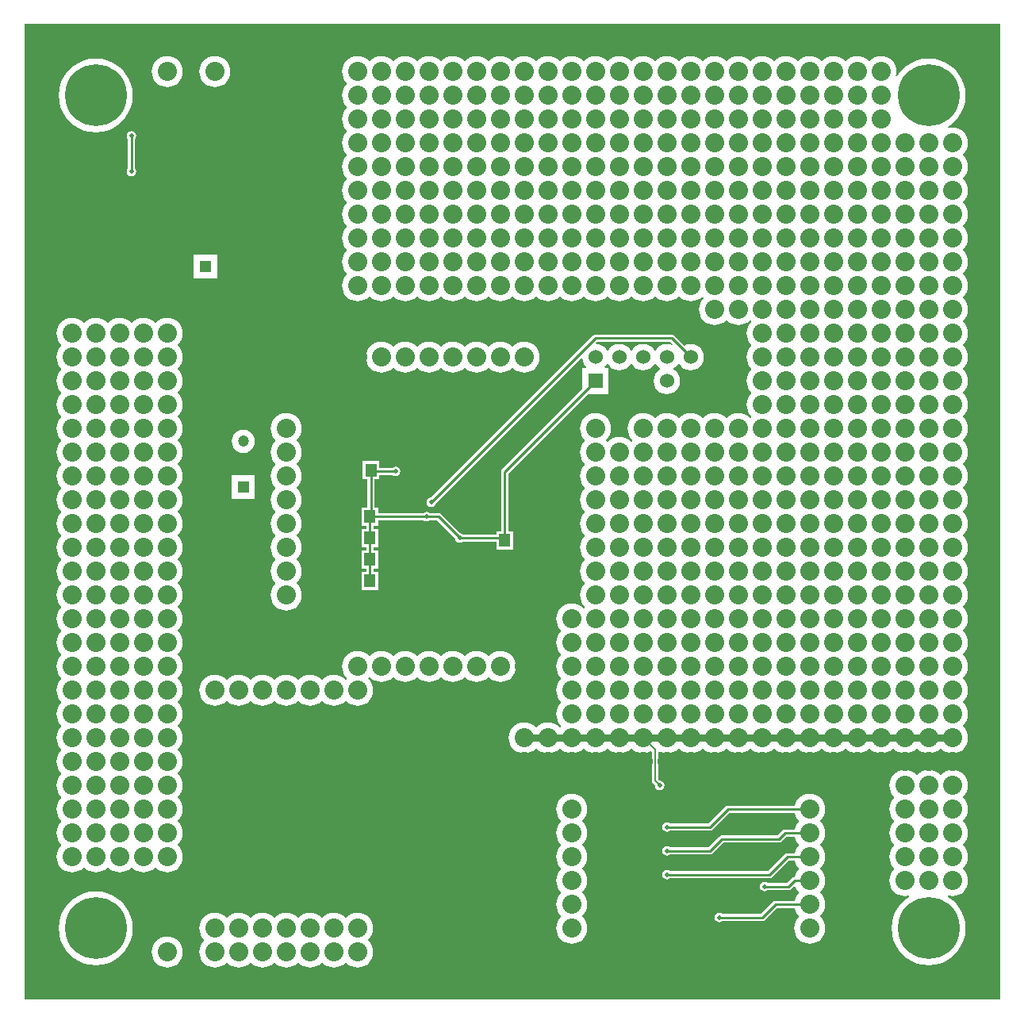
<source format=gbl>
G04 Layer_Physical_Order=2*
G04 Layer_Color=11436288*
%FSLAX25Y25*%
%MOIN*%
G70*
G01*
G75*
%ADD15R,0.05118X0.05709*%
%ADD23C,0.01000*%
%ADD24C,0.03000*%
%ADD25C,0.00600*%
%ADD28C,0.08000*%
%ADD29C,0.04724*%
%ADD30R,0.04724X0.04724*%
%ADD31C,0.06000*%
%ADD32R,0.06000X0.06000*%
%ADD33C,0.25984*%
%ADD34R,0.05118X0.05118*%
%ADD35C,0.05118*%
%ADD36C,0.02000*%
G36*
X440000Y30000D02*
X30000D01*
Y440000D01*
X440000D01*
Y30000D01*
D02*
G37*
%LPC*%
G36*
X230000Y176531D02*
X228726Y176406D01*
X227501Y176034D01*
X226371Y175431D01*
X225382Y174618D01*
X225250Y174458D01*
X224750D01*
X224618Y174618D01*
X223628Y175431D01*
X222499Y176034D01*
X221274Y176406D01*
X220000Y176531D01*
X218726Y176406D01*
X217500Y176034D01*
X216371Y175431D01*
X215381Y174618D01*
X215250Y174458D01*
X214750D01*
X214618Y174618D01*
X213629Y175431D01*
X212499Y176034D01*
X211274Y176406D01*
X210000Y176531D01*
X208726Y176406D01*
X207501Y176034D01*
X206371Y175431D01*
X205382Y174618D01*
X205250Y174458D01*
X204750D01*
X204618Y174618D01*
X203629Y175431D01*
X202500Y176034D01*
X201274Y176406D01*
X200000Y176531D01*
X198726Y176406D01*
X197501Y176034D01*
X196371Y175431D01*
X195382Y174618D01*
X195250Y174458D01*
X194750D01*
X194618Y174618D01*
X193629Y175431D01*
X192499Y176034D01*
X191274Y176406D01*
X190000Y176531D01*
X188726Y176406D01*
X187501Y176034D01*
X186371Y175431D01*
X185382Y174618D01*
X185250Y174458D01*
X184750D01*
X184618Y174618D01*
X183629Y175431D01*
X182500Y176034D01*
X181274Y176406D01*
X180000Y176531D01*
X178726Y176406D01*
X177500Y176034D01*
X176371Y175431D01*
X175382Y174618D01*
X175250Y174458D01*
X174750D01*
X174618Y174618D01*
X173629Y175431D01*
X172500Y176034D01*
X171274Y176406D01*
X170000Y176531D01*
X168726Y176406D01*
X167500Y176034D01*
X166371Y175431D01*
X165382Y174618D01*
X164569Y173629D01*
X163966Y172500D01*
X163594Y171274D01*
X163469Y170000D01*
X163594Y168726D01*
X163966Y167500D01*
X164569Y166371D01*
X165382Y165382D01*
X165542Y165250D01*
Y164750D01*
X165382Y164618D01*
X165250Y164458D01*
X164750D01*
X164618Y164618D01*
X163629Y165431D01*
X162499Y166034D01*
X161274Y166406D01*
X160000Y166531D01*
X158726Y166406D01*
X157501Y166034D01*
X156371Y165431D01*
X155382Y164618D01*
X155250Y164458D01*
X154750D01*
X154618Y164618D01*
X153629Y165431D01*
X152499Y166034D01*
X151274Y166406D01*
X150000Y166531D01*
X148726Y166406D01*
X147501Y166034D01*
X146371Y165431D01*
X145382Y164618D01*
X145250Y164458D01*
X144750D01*
X144618Y164618D01*
X143629Y165431D01*
X142499Y166034D01*
X141274Y166406D01*
X140000Y166531D01*
X138726Y166406D01*
X137501Y166034D01*
X136371Y165431D01*
X135382Y164618D01*
X135250Y164458D01*
X134750D01*
X134618Y164618D01*
X133629Y165431D01*
X132500Y166034D01*
X131274Y166406D01*
X130000Y166531D01*
X128726Y166406D01*
X127500Y166034D01*
X126371Y165431D01*
X125382Y164618D01*
X125250Y164458D01*
X124750D01*
X124618Y164618D01*
X123629Y165431D01*
X122500Y166034D01*
X121274Y166406D01*
X120000Y166531D01*
X118726Y166406D01*
X117500Y166034D01*
X116371Y165431D01*
X115382Y164618D01*
X115250Y164458D01*
X114750D01*
X114618Y164618D01*
X113629Y165431D01*
X112499Y166034D01*
X111274Y166406D01*
X110000Y166531D01*
X108726Y166406D01*
X107501Y166034D01*
X106371Y165431D01*
X105382Y164618D01*
X104569Y163629D01*
X103966Y162499D01*
X103594Y161274D01*
X103469Y160000D01*
X103594Y158726D01*
X103966Y157501D01*
X104569Y156371D01*
X105382Y155382D01*
X106371Y154569D01*
X107501Y153966D01*
X108726Y153594D01*
X110000Y153469D01*
X111274Y153594D01*
X112499Y153966D01*
X113629Y154569D01*
X114618Y155382D01*
X114750Y155542D01*
X115250D01*
X115382Y155382D01*
X116371Y154569D01*
X117500Y153966D01*
X118726Y153594D01*
X120000Y153469D01*
X121274Y153594D01*
X122500Y153966D01*
X123629Y154569D01*
X124618Y155382D01*
X124750Y155542D01*
X125250D01*
X125382Y155382D01*
X126371Y154569D01*
X127500Y153966D01*
X128726Y153594D01*
X130000Y153469D01*
X131274Y153594D01*
X132500Y153966D01*
X133629Y154569D01*
X134618Y155382D01*
X134750Y155542D01*
X135250D01*
X135382Y155382D01*
X136371Y154569D01*
X137501Y153966D01*
X138726Y153594D01*
X140000Y153469D01*
X141274Y153594D01*
X142499Y153966D01*
X143629Y154569D01*
X144618Y155382D01*
X144750Y155542D01*
X145250D01*
X145382Y155382D01*
X146371Y154569D01*
X147501Y153966D01*
X148726Y153594D01*
X150000Y153469D01*
X151274Y153594D01*
X152499Y153966D01*
X153629Y154569D01*
X154618Y155382D01*
X154750Y155542D01*
X155250D01*
X155382Y155382D01*
X156371Y154569D01*
X157501Y153966D01*
X158726Y153594D01*
X160000Y153469D01*
X161274Y153594D01*
X162499Y153966D01*
X163629Y154569D01*
X164618Y155382D01*
X164750Y155542D01*
X165250D01*
X165382Y155382D01*
X166371Y154569D01*
X167500Y153966D01*
X168726Y153594D01*
X170000Y153469D01*
X171274Y153594D01*
X172500Y153966D01*
X173629Y154569D01*
X174618Y155382D01*
X175431Y156371D01*
X176034Y157501D01*
X176406Y158726D01*
X176531Y160000D01*
X176406Y161274D01*
X176034Y162499D01*
X175431Y163629D01*
X174618Y164618D01*
X174529Y164692D01*
X174512Y165217D01*
X174784Y165488D01*
X175308Y165471D01*
X175382Y165382D01*
X176371Y164569D01*
X177500Y163966D01*
X178726Y163594D01*
X180000Y163469D01*
X181274Y163594D01*
X182500Y163966D01*
X183629Y164569D01*
X184618Y165382D01*
X184750Y165542D01*
X185250D01*
X185382Y165382D01*
X186371Y164569D01*
X187501Y163966D01*
X188726Y163594D01*
X190000Y163469D01*
X191274Y163594D01*
X192499Y163966D01*
X193629Y164569D01*
X194618Y165382D01*
X194750Y165542D01*
X195250D01*
X195382Y165382D01*
X196371Y164569D01*
X197501Y163966D01*
X198726Y163594D01*
X200000Y163469D01*
X201274Y163594D01*
X202500Y163966D01*
X203629Y164569D01*
X204618Y165382D01*
X204750Y165542D01*
X205250D01*
X205382Y165382D01*
X206371Y164569D01*
X207501Y163966D01*
X208726Y163594D01*
X210000Y163469D01*
X211274Y163594D01*
X212499Y163966D01*
X213629Y164569D01*
X214618Y165382D01*
X214750Y165542D01*
X215250D01*
X215381Y165382D01*
X216371Y164569D01*
X217500Y163966D01*
X218726Y163594D01*
X220000Y163469D01*
X221274Y163594D01*
X222499Y163966D01*
X223628Y164569D01*
X224618Y165382D01*
X224750Y165542D01*
X225250D01*
X225382Y165382D01*
X226371Y164569D01*
X227501Y163966D01*
X228726Y163594D01*
X230000Y163469D01*
X231274Y163594D01*
X232500Y163966D01*
X233629Y164569D01*
X234618Y165382D01*
X235431Y166371D01*
X236034Y167500D01*
X236406Y168726D01*
X236531Y170000D01*
X236406Y171274D01*
X236034Y172500D01*
X235431Y173629D01*
X234618Y174618D01*
X233629Y175431D01*
X232500Y176034D01*
X231274Y176406D01*
X230000Y176531D01*
D02*
G37*
G36*
X420000Y126531D02*
X418726Y126406D01*
X417500Y126034D01*
X416371Y125431D01*
X415382Y124618D01*
X415250Y124458D01*
X414750D01*
X414618Y124618D01*
X413629Y125431D01*
X412500Y126034D01*
X411274Y126406D01*
X410000Y126531D01*
X408726Y126406D01*
X407501Y126034D01*
X406371Y125431D01*
X405382Y124618D01*
X405250Y124458D01*
X404750D01*
X404618Y124618D01*
X403629Y125431D01*
X402499Y126034D01*
X401274Y126406D01*
X400000Y126531D01*
X398726Y126406D01*
X397500Y126034D01*
X396371Y125431D01*
X395382Y124618D01*
X394569Y123629D01*
X393966Y122500D01*
X393594Y121274D01*
X393469Y120000D01*
X393594Y118726D01*
X393966Y117500D01*
X394569Y116371D01*
X395382Y115382D01*
X395542Y115250D01*
Y114750D01*
X395382Y114618D01*
X394569Y113629D01*
X393966Y112499D01*
X393594Y111274D01*
X393469Y110000D01*
X393594Y108726D01*
X393966Y107501D01*
X394569Y106371D01*
X395382Y105382D01*
X395542Y105250D01*
Y104750D01*
X395382Y104618D01*
X394569Y103629D01*
X393966Y102499D01*
X393594Y101274D01*
X393469Y100000D01*
X393594Y98726D01*
X393966Y97500D01*
X394569Y96371D01*
X395382Y95382D01*
X395542Y95250D01*
Y94750D01*
X395382Y94618D01*
X394569Y93629D01*
X393966Y92500D01*
X393594Y91274D01*
X393469Y90000D01*
X393594Y88726D01*
X393966Y87501D01*
X394569Y86371D01*
X395382Y85382D01*
X395542Y85250D01*
Y84750D01*
X395382Y84618D01*
X394569Y83629D01*
X393966Y82499D01*
X393594Y81274D01*
X393469Y80000D01*
X393594Y78726D01*
X393966Y77500D01*
X394569Y76371D01*
X395382Y75382D01*
X396371Y74569D01*
X397500Y73966D01*
X398726Y73594D01*
X400000Y73469D01*
X401274Y73594D01*
X401873Y73776D01*
X402079Y73316D01*
X400866Y72572D01*
X399011Y70989D01*
X397428Y69134D01*
X396154Y67055D01*
X395221Y64802D01*
X394651Y62431D01*
X394460Y60000D01*
X394651Y57569D01*
X395221Y55198D01*
X396154Y52945D01*
X397428Y50866D01*
X399011Y49011D01*
X400866Y47428D01*
X402945Y46154D01*
X405198Y45221D01*
X407569Y44651D01*
X410000Y44460D01*
X412431Y44651D01*
X414802Y45221D01*
X417055Y46154D01*
X419134Y47428D01*
X420989Y49011D01*
X422572Y50866D01*
X423846Y52945D01*
X424779Y55198D01*
X425349Y57569D01*
X425540Y60000D01*
X425349Y62431D01*
X424779Y64802D01*
X423846Y67055D01*
X422572Y69134D01*
X420989Y70989D01*
X419134Y72572D01*
X417921Y73316D01*
X418127Y73776D01*
X418726Y73594D01*
X420000Y73469D01*
X421274Y73594D01*
X422500Y73966D01*
X423629Y74569D01*
X424618Y75382D01*
X425431Y76371D01*
X426034Y77500D01*
X426406Y78726D01*
X426532Y80000D01*
X426406Y81274D01*
X426034Y82499D01*
X425431Y83629D01*
X424618Y84618D01*
X424458Y84750D01*
Y85250D01*
X424618Y85382D01*
X425431Y86371D01*
X426034Y87501D01*
X426406Y88726D01*
X426532Y90000D01*
X426406Y91274D01*
X426034Y92500D01*
X425431Y93629D01*
X424618Y94618D01*
X424458Y94750D01*
Y95250D01*
X424618Y95382D01*
X425431Y96371D01*
X426034Y97500D01*
X426406Y98726D01*
X426532Y100000D01*
X426406Y101274D01*
X426034Y102499D01*
X425431Y103629D01*
X424618Y104618D01*
X424458Y104750D01*
Y105250D01*
X424618Y105382D01*
X425431Y106371D01*
X426034Y107501D01*
X426406Y108726D01*
X426532Y110000D01*
X426406Y111274D01*
X426034Y112499D01*
X425431Y113629D01*
X424618Y114618D01*
X424458Y114750D01*
Y115250D01*
X424618Y115382D01*
X425431Y116371D01*
X426034Y117500D01*
X426406Y118726D01*
X426532Y120000D01*
X426406Y121274D01*
X426034Y122500D01*
X425431Y123629D01*
X424618Y124618D01*
X423629Y125431D01*
X422500Y126034D01*
X421274Y126406D01*
X420000Y126531D01*
D02*
G37*
G36*
X126862Y250256D02*
X117138D01*
Y240532D01*
X126862D01*
Y250256D01*
D02*
G37*
G36*
X140000Y276531D02*
X138726Y276406D01*
X137501Y276034D01*
X136371Y275431D01*
X135382Y274618D01*
X134569Y273629D01*
X133966Y272499D01*
X133594Y271274D01*
X133469Y270000D01*
X133594Y268726D01*
X133966Y267500D01*
X134569Y266371D01*
X135382Y265382D01*
X135542Y265250D01*
Y264750D01*
X135382Y264618D01*
X134569Y263629D01*
X133966Y262499D01*
X133594Y261274D01*
X133469Y260000D01*
X133594Y258726D01*
X133966Y257501D01*
X134569Y256371D01*
X135382Y255382D01*
X135542Y255250D01*
Y254750D01*
X135382Y254618D01*
X134569Y253629D01*
X133966Y252500D01*
X133594Y251274D01*
X133469Y250000D01*
X133594Y248726D01*
X133966Y247500D01*
X134569Y246371D01*
X135382Y245382D01*
X135542Y245250D01*
Y244750D01*
X135382Y244618D01*
X134569Y243629D01*
X133966Y242499D01*
X133594Y241274D01*
X133469Y240000D01*
X133594Y238726D01*
X133966Y237501D01*
X134569Y236371D01*
X135382Y235382D01*
X135542Y235250D01*
Y234750D01*
X135382Y234618D01*
X134569Y233629D01*
X133966Y232500D01*
X133594Y231274D01*
X133469Y230000D01*
X133594Y228726D01*
X133966Y227501D01*
X134569Y226371D01*
X135382Y225382D01*
X135542Y225250D01*
Y224750D01*
X135381Y224618D01*
X134569Y223629D01*
X133966Y222499D01*
X133594Y221274D01*
X133468Y220000D01*
X133594Y218726D01*
X133966Y217500D01*
X134569Y216371D01*
X135381Y215382D01*
X135542Y215250D01*
Y214750D01*
X135381Y214618D01*
X134569Y213629D01*
X133966Y212499D01*
X133594Y211274D01*
X133468Y210000D01*
X133594Y208726D01*
X133966Y207501D01*
X134569Y206371D01*
X135381Y205382D01*
X135542Y205250D01*
Y204750D01*
X135381Y204618D01*
X134569Y203629D01*
X133966Y202500D01*
X133594Y201274D01*
X133468Y200000D01*
X133594Y198726D01*
X133966Y197501D01*
X134569Y196371D01*
X135381Y195382D01*
X136371Y194569D01*
X137501Y193966D01*
X138726Y193594D01*
X140000Y193469D01*
X141274Y193594D01*
X142499Y193966D01*
X143629Y194569D01*
X144618Y195382D01*
X145431Y196371D01*
X146034Y197501D01*
X146406Y198726D01*
X146531Y200000D01*
X146406Y201274D01*
X146034Y202500D01*
X145431Y203629D01*
X144618Y204618D01*
X144458Y204750D01*
Y205250D01*
X144618Y205382D01*
X145431Y206371D01*
X146034Y207501D01*
X146406Y208726D01*
X146531Y210000D01*
X146406Y211274D01*
X146034Y212499D01*
X145431Y213629D01*
X144618Y214618D01*
X144458Y214750D01*
Y215250D01*
X144618Y215382D01*
X145431Y216371D01*
X146034Y217500D01*
X146406Y218726D01*
X146531Y220000D01*
X146406Y221274D01*
X146034Y222499D01*
X145431Y223629D01*
X144618Y224618D01*
X144458Y224750D01*
Y225250D01*
X144618Y225382D01*
X145431Y226371D01*
X146034Y227501D01*
X146406Y228726D01*
X146531Y230000D01*
X146406Y231274D01*
X146034Y232500D01*
X145431Y233629D01*
X144618Y234618D01*
X144458Y234750D01*
Y235250D01*
X144618Y235382D01*
X145431Y236371D01*
X146034Y237501D01*
X146406Y238726D01*
X146531Y240000D01*
X146406Y241274D01*
X146034Y242499D01*
X145431Y243629D01*
X144618Y244618D01*
X144458Y244750D01*
Y245250D01*
X144618Y245382D01*
X145431Y246371D01*
X146034Y247500D01*
X146406Y248726D01*
X146531Y250000D01*
X146406Y251274D01*
X146034Y252500D01*
X145431Y253629D01*
X144618Y254618D01*
X144458Y254750D01*
Y255250D01*
X144618Y255382D01*
X145431Y256371D01*
X146034Y257501D01*
X146406Y258726D01*
X146531Y260000D01*
X146406Y261274D01*
X146034Y262499D01*
X145431Y263629D01*
X144618Y264618D01*
X144458Y264750D01*
Y265250D01*
X144618Y265382D01*
X145431Y266371D01*
X146034Y267500D01*
X146406Y268726D01*
X146531Y270000D01*
X146406Y271274D01*
X146034Y272499D01*
X145431Y273629D01*
X144618Y274618D01*
X143629Y275431D01*
X142499Y276034D01*
X141274Y276406D01*
X140000Y276531D01*
D02*
G37*
G36*
X360000Y116531D02*
X358726Y116406D01*
X357501Y116034D01*
X356371Y115431D01*
X355382Y114618D01*
X354569Y113629D01*
X353966Y112499D01*
X353672Y111529D01*
X325615D01*
X325029Y111413D01*
X324533Y111081D01*
X317473Y104021D01*
X301417D01*
X300887Y104376D01*
X300106Y104531D01*
X299326Y104376D01*
X298664Y103934D01*
X298222Y103272D01*
X298067Y102492D01*
X298222Y101711D01*
X298664Y101050D01*
X299326Y100608D01*
X300106Y100453D01*
X300887Y100608D01*
X301417Y100962D01*
X318106D01*
X318691Y101079D01*
X319188Y101410D01*
X326248Y108471D01*
X353672D01*
X353966Y107501D01*
X354569Y106371D01*
X355382Y105382D01*
X355542Y105250D01*
Y104750D01*
X355382Y104618D01*
X354569Y103629D01*
X353966Y102499D01*
X353672Y101529D01*
X349615D01*
X349029Y101413D01*
X348533Y101081D01*
X346473Y99021D01*
X323106D01*
X322521Y98905D01*
X322025Y98573D01*
X317473Y94021D01*
X301417D01*
X300887Y94376D01*
X300106Y94531D01*
X299326Y94376D01*
X298664Y93934D01*
X298222Y93272D01*
X298067Y92492D01*
X298222Y91711D01*
X298664Y91050D01*
X299326Y90608D01*
X300106Y90453D01*
X300887Y90608D01*
X301417Y90962D01*
X318106D01*
X318691Y91079D01*
X319188Y91410D01*
X323740Y95962D01*
X347106D01*
X347691Y96079D01*
X348188Y96410D01*
X350248Y98471D01*
X353672D01*
X353966Y97500D01*
X354569Y96371D01*
X355382Y95382D01*
X355542Y95250D01*
Y94750D01*
X355382Y94618D01*
X354569Y93629D01*
X353966Y92500D01*
X353672Y91529D01*
X350615D01*
X350029Y91413D01*
X349533Y91081D01*
X342473Y84021D01*
X301438D01*
X300895Y84384D01*
X300114Y84539D01*
X299334Y84384D01*
X298673Y83942D01*
X298231Y83280D01*
X298075Y82500D01*
X298231Y81720D01*
X298673Y81058D01*
X299334Y80616D01*
X300114Y80461D01*
X300895Y80616D01*
X301413Y80962D01*
X343106D01*
X343691Y81079D01*
X344188Y81410D01*
X351248Y88471D01*
X353672D01*
X353966Y87501D01*
X354569Y86371D01*
X355382Y85382D01*
X355542Y85250D01*
Y84750D01*
X355382Y84618D01*
X354569Y83629D01*
X353966Y82499D01*
X353672Y81529D01*
X353614D01*
X353126Y81432D01*
X353029Y81413D01*
X352533Y81081D01*
X350481Y79029D01*
X342409D01*
X341878Y79384D01*
X341098Y79539D01*
X340318Y79384D01*
X339656Y78942D01*
X339214Y78280D01*
X339059Y77500D01*
X339214Y76720D01*
X339656Y76058D01*
X340318Y75616D01*
X341098Y75461D01*
X341878Y75616D01*
X342409Y75971D01*
X351115D01*
X351700Y76087D01*
X352196Y76419D01*
X353462Y77684D01*
X353947Y77563D01*
X353966Y77500D01*
X354569Y76371D01*
X355382Y75382D01*
X355542Y75250D01*
Y74750D01*
X355382Y74618D01*
X354569Y73629D01*
X353966Y72500D01*
X353672Y71529D01*
X345615D01*
X345029Y71413D01*
X344533Y71081D01*
X339473Y66021D01*
X323417D01*
X322887Y66376D01*
X322106Y66531D01*
X321326Y66376D01*
X320664Y65934D01*
X320222Y65272D01*
X320067Y64492D01*
X320222Y63711D01*
X320664Y63050D01*
X321326Y62608D01*
X322106Y62453D01*
X322887Y62608D01*
X323417Y62962D01*
X340106D01*
X340691Y63079D01*
X341188Y63410D01*
X346248Y68471D01*
X353672D01*
X353966Y67501D01*
X354569Y66371D01*
X355382Y65382D01*
X355542Y65250D01*
Y64750D01*
X355382Y64618D01*
X354569Y63629D01*
X353966Y62499D01*
X353594Y61274D01*
X353469Y60000D01*
X353594Y58726D01*
X353966Y57500D01*
X354569Y56371D01*
X355382Y55382D01*
X356371Y54569D01*
X357501Y53966D01*
X358726Y53594D01*
X360000Y53469D01*
X361274Y53594D01*
X362499Y53966D01*
X363629Y54569D01*
X364618Y55382D01*
X365431Y56371D01*
X366034Y57500D01*
X366406Y58726D01*
X366531Y60000D01*
X366406Y61274D01*
X366034Y62499D01*
X365431Y63629D01*
X364618Y64618D01*
X364458Y64750D01*
Y65250D01*
X364618Y65382D01*
X365431Y66371D01*
X366034Y67501D01*
X366406Y68726D01*
X366531Y70000D01*
X366406Y71274D01*
X366034Y72500D01*
X365431Y73629D01*
X364618Y74618D01*
X364458Y74750D01*
Y75250D01*
X364618Y75382D01*
X365431Y76371D01*
X366034Y77500D01*
X366406Y78726D01*
X366531Y80000D01*
X366406Y81274D01*
X366034Y82499D01*
X365431Y83629D01*
X364618Y84618D01*
X364458Y84750D01*
Y85250D01*
X364618Y85382D01*
X365431Y86371D01*
X366034Y87501D01*
X366406Y88726D01*
X366531Y90000D01*
X366406Y91274D01*
X366034Y92500D01*
X365431Y93629D01*
X364618Y94618D01*
X364458Y94750D01*
Y95250D01*
X364618Y95382D01*
X365431Y96371D01*
X366034Y97500D01*
X366406Y98726D01*
X366531Y100000D01*
X366406Y101274D01*
X366034Y102499D01*
X365431Y103629D01*
X364618Y104618D01*
X364458Y104750D01*
Y105250D01*
X364618Y105382D01*
X365431Y106371D01*
X366034Y107501D01*
X366406Y108726D01*
X366531Y110000D01*
X366406Y111274D01*
X366034Y112499D01*
X365431Y113629D01*
X364618Y114618D01*
X363629Y115431D01*
X362499Y116034D01*
X361274Y116406D01*
X360000Y116531D01*
D02*
G37*
G36*
X60000Y75540D02*
X57569Y75349D01*
X55198Y74779D01*
X52945Y73846D01*
X50866Y72572D01*
X49011Y70989D01*
X47428Y69134D01*
X46154Y67055D01*
X45221Y64802D01*
X44651Y62431D01*
X44460Y60000D01*
X44651Y57569D01*
X45221Y55198D01*
X46154Y52945D01*
X47428Y50866D01*
X49011Y49011D01*
X50866Y47428D01*
X52945Y46154D01*
X55198Y45221D01*
X57569Y44651D01*
X60000Y44460D01*
X62431Y44651D01*
X64802Y45221D01*
X67055Y46154D01*
X69134Y47428D01*
X70989Y49011D01*
X72572Y50866D01*
X73846Y52945D01*
X74779Y55198D01*
X75349Y57569D01*
X75540Y60000D01*
X75349Y62431D01*
X74779Y64802D01*
X73846Y67055D01*
X72572Y69134D01*
X70989Y70989D01*
X69134Y72572D01*
X67055Y73846D01*
X64802Y74779D01*
X62431Y75349D01*
X60000Y75540D01*
D02*
G37*
G36*
X90000Y56531D02*
X88726Y56406D01*
X87501Y56034D01*
X86371Y55431D01*
X85382Y54618D01*
X84569Y53629D01*
X83966Y52500D01*
X83594Y51274D01*
X83469Y50000D01*
X83594Y48726D01*
X83966Y47501D01*
X84569Y46371D01*
X85382Y45382D01*
X86371Y44569D01*
X87501Y43966D01*
X88726Y43594D01*
X90000Y43468D01*
X91274Y43594D01*
X92500Y43966D01*
X93629Y44569D01*
X94618Y45382D01*
X95431Y46371D01*
X96034Y47501D01*
X96406Y48726D01*
X96531Y50000D01*
X96406Y51274D01*
X96034Y52500D01*
X95431Y53629D01*
X94618Y54618D01*
X93629Y55431D01*
X92500Y56034D01*
X91274Y56406D01*
X90000Y56531D01*
D02*
G37*
G36*
X170000Y66531D02*
X168726Y66406D01*
X167500Y66034D01*
X166371Y65431D01*
X165382Y64618D01*
X165250Y64458D01*
X164750D01*
X164618Y64618D01*
X163629Y65431D01*
X162499Y66034D01*
X161274Y66406D01*
X160000Y66531D01*
X158726Y66406D01*
X157501Y66034D01*
X156371Y65431D01*
X155382Y64618D01*
X155250Y64458D01*
X154750D01*
X154618Y64618D01*
X153629Y65431D01*
X152499Y66034D01*
X151274Y66406D01*
X150000Y66531D01*
X148726Y66406D01*
X147501Y66034D01*
X146371Y65431D01*
X145382Y64618D01*
X145250Y64458D01*
X144750D01*
X144618Y64618D01*
X143629Y65431D01*
X142499Y66034D01*
X141274Y66406D01*
X140000Y66531D01*
X138726Y66406D01*
X137501Y66034D01*
X136371Y65431D01*
X135382Y64618D01*
X135250Y64458D01*
X134750D01*
X134618Y64618D01*
X133629Y65431D01*
X132500Y66034D01*
X131274Y66406D01*
X130000Y66531D01*
X128726Y66406D01*
X127500Y66034D01*
X126371Y65431D01*
X125382Y64618D01*
X125250Y64458D01*
X124750D01*
X124618Y64618D01*
X123629Y65431D01*
X122500Y66034D01*
X121274Y66406D01*
X120000Y66531D01*
X118726Y66406D01*
X117500Y66034D01*
X116371Y65431D01*
X115382Y64618D01*
X115250Y64458D01*
X114750D01*
X114618Y64618D01*
X113629Y65431D01*
X112499Y66034D01*
X111274Y66406D01*
X110000Y66531D01*
X108726Y66406D01*
X107501Y66034D01*
X106371Y65431D01*
X105382Y64618D01*
X104569Y63629D01*
X103966Y62499D01*
X103594Y61274D01*
X103469Y60000D01*
X103594Y58726D01*
X103966Y57500D01*
X104569Y56371D01*
X105382Y55382D01*
X105542Y55250D01*
Y54750D01*
X105382Y54618D01*
X104569Y53629D01*
X103966Y52500D01*
X103594Y51274D01*
X103469Y50000D01*
X103594Y48726D01*
X103966Y47501D01*
X104569Y46371D01*
X105382Y45382D01*
X106371Y44569D01*
X107501Y43966D01*
X108726Y43594D01*
X110000Y43468D01*
X111274Y43594D01*
X112499Y43966D01*
X113629Y44569D01*
X114618Y45382D01*
X114750Y45542D01*
X115250D01*
X115382Y45382D01*
X116371Y44569D01*
X117500Y43966D01*
X118726Y43594D01*
X120000Y43468D01*
X121274Y43594D01*
X122500Y43966D01*
X123629Y44569D01*
X124618Y45382D01*
X124750Y45542D01*
X125250D01*
X125382Y45382D01*
X126371Y44569D01*
X127500Y43966D01*
X128726Y43594D01*
X130000Y43468D01*
X131274Y43594D01*
X132500Y43966D01*
X133629Y44569D01*
X134618Y45382D01*
X134750Y45542D01*
X135250D01*
X135382Y45382D01*
X136371Y44569D01*
X137501Y43966D01*
X138726Y43594D01*
X140000Y43468D01*
X141274Y43594D01*
X142499Y43966D01*
X143629Y44569D01*
X144618Y45382D01*
X144750Y45542D01*
X145250D01*
X145382Y45382D01*
X146371Y44569D01*
X147501Y43966D01*
X148726Y43594D01*
X150000Y43468D01*
X151274Y43594D01*
X152499Y43966D01*
X153629Y44569D01*
X154618Y45382D01*
X154750Y45542D01*
X155250D01*
X155382Y45382D01*
X156371Y44569D01*
X157501Y43966D01*
X158726Y43594D01*
X160000Y43468D01*
X161274Y43594D01*
X162499Y43966D01*
X163629Y44569D01*
X164618Y45382D01*
X164750Y45542D01*
X165250D01*
X165382Y45382D01*
X166371Y44569D01*
X167500Y43966D01*
X168726Y43594D01*
X170000Y43468D01*
X171274Y43594D01*
X172500Y43966D01*
X173629Y44569D01*
X174618Y45382D01*
X175431Y46371D01*
X176034Y47501D01*
X176406Y48726D01*
X176531Y50000D01*
X176406Y51274D01*
X176034Y52500D01*
X175431Y53629D01*
X174618Y54618D01*
X174458Y54750D01*
Y55250D01*
X174618Y55382D01*
X175431Y56371D01*
X176034Y57500D01*
X176406Y58726D01*
X176531Y60000D01*
X176406Y61274D01*
X176034Y62499D01*
X175431Y63629D01*
X174618Y64618D01*
X173629Y65431D01*
X172500Y66034D01*
X171274Y66406D01*
X170000Y66531D01*
D02*
G37*
G36*
X260000Y116531D02*
X258726Y116406D01*
X257501Y116034D01*
X256371Y115431D01*
X255382Y114618D01*
X254569Y113629D01*
X253966Y112499D01*
X253594Y111274D01*
X253469Y110000D01*
X253594Y108726D01*
X253966Y107501D01*
X254569Y106371D01*
X255382Y105382D01*
X255542Y105250D01*
Y104750D01*
X255382Y104618D01*
X254569Y103629D01*
X253966Y102499D01*
X253594Y101274D01*
X253469Y100000D01*
X253594Y98726D01*
X253966Y97500D01*
X254569Y96371D01*
X255382Y95382D01*
X255542Y95250D01*
Y94750D01*
X255382Y94618D01*
X254569Y93629D01*
X253966Y92500D01*
X253594Y91274D01*
X253469Y90000D01*
X253594Y88726D01*
X253966Y87501D01*
X254569Y86371D01*
X255382Y85382D01*
X255542Y85250D01*
Y84750D01*
X255382Y84618D01*
X254569Y83629D01*
X253966Y82499D01*
X253594Y81274D01*
X253469Y80000D01*
X253594Y78726D01*
X253966Y77500D01*
X254569Y76371D01*
X255382Y75382D01*
X255542Y75250D01*
Y74750D01*
X255382Y74618D01*
X254569Y73629D01*
X253966Y72500D01*
X253594Y71274D01*
X253469Y70000D01*
X253594Y68726D01*
X253966Y67501D01*
X254569Y66371D01*
X255382Y65382D01*
X255542Y65250D01*
Y64750D01*
X255382Y64618D01*
X254569Y63629D01*
X253966Y62499D01*
X253594Y61274D01*
X253469Y60000D01*
X253594Y58726D01*
X253966Y57500D01*
X254569Y56371D01*
X255382Y55382D01*
X256371Y54569D01*
X257501Y53966D01*
X258726Y53594D01*
X260000Y53469D01*
X261274Y53594D01*
X262499Y53966D01*
X263629Y54569D01*
X264618Y55382D01*
X265431Y56371D01*
X266034Y57500D01*
X266406Y58726D01*
X266531Y60000D01*
X266406Y61274D01*
X266034Y62499D01*
X265431Y63629D01*
X264618Y64618D01*
X264458Y64750D01*
Y65250D01*
X264618Y65382D01*
X265431Y66371D01*
X266034Y67501D01*
X266406Y68726D01*
X266531Y70000D01*
X266406Y71274D01*
X266034Y72500D01*
X265431Y73629D01*
X264618Y74618D01*
X264458Y74750D01*
Y75250D01*
X264618Y75382D01*
X265431Y76371D01*
X266034Y77500D01*
X266406Y78726D01*
X266531Y80000D01*
X266406Y81274D01*
X266034Y82499D01*
X265431Y83629D01*
X264618Y84618D01*
X264458Y84750D01*
Y85250D01*
X264618Y85382D01*
X265431Y86371D01*
X266034Y87501D01*
X266406Y88726D01*
X266531Y90000D01*
X266406Y91274D01*
X266034Y92500D01*
X265431Y93629D01*
X264618Y94618D01*
X264458Y94750D01*
Y95250D01*
X264618Y95382D01*
X265431Y96371D01*
X266034Y97500D01*
X266406Y98726D01*
X266531Y100000D01*
X266406Y101274D01*
X266034Y102499D01*
X265431Y103629D01*
X264618Y104618D01*
X264458Y104750D01*
Y105250D01*
X264618Y105382D01*
X265431Y106371D01*
X266034Y107501D01*
X266406Y108726D01*
X266531Y110000D01*
X266406Y111274D01*
X266034Y112499D01*
X265431Y113629D01*
X264618Y114618D01*
X263629Y115431D01*
X262499Y116034D01*
X261274Y116406D01*
X260000Y116531D01*
D02*
G37*
G36*
X122000Y269511D02*
X120731Y269343D01*
X119548Y268853D01*
X118532Y268074D01*
X117753Y267058D01*
X117263Y265876D01*
X117096Y264606D01*
X117263Y263337D01*
X117753Y262154D01*
X118532Y261139D01*
X119548Y260359D01*
X120731Y259869D01*
X122000Y259702D01*
X123269Y259869D01*
X124452Y260359D01*
X125468Y261139D01*
X126247Y262154D01*
X126737Y263337D01*
X126904Y264606D01*
X126737Y265876D01*
X126247Y267058D01*
X125468Y268074D01*
X124452Y268853D01*
X123269Y269343D01*
X122000Y269511D01*
D02*
G37*
G36*
X60000Y425540D02*
X57569Y425349D01*
X55198Y424779D01*
X52945Y423846D01*
X50866Y422572D01*
X49011Y420989D01*
X47428Y419134D01*
X46154Y417055D01*
X45221Y414802D01*
X44651Y412431D01*
X44460Y410000D01*
X44651Y407569D01*
X45221Y405198D01*
X46154Y402945D01*
X47428Y400866D01*
X49011Y399011D01*
X50866Y397428D01*
X52945Y396154D01*
X55198Y395221D01*
X57569Y394651D01*
X60000Y394460D01*
X62431Y394651D01*
X64802Y395221D01*
X67055Y396154D01*
X69134Y397428D01*
X70989Y399011D01*
X72572Y400866D01*
X73846Y402945D01*
X74779Y405198D01*
X75349Y407569D01*
X75540Y410000D01*
X75349Y412431D01*
X74779Y414802D01*
X73846Y417055D01*
X72572Y419134D01*
X70989Y420989D01*
X69134Y422572D01*
X67055Y423846D01*
X64802Y424779D01*
X62431Y425349D01*
X60000Y425540D01*
D02*
G37*
G36*
X75000Y395039D02*
X74220Y394884D01*
X73558Y394442D01*
X73116Y393780D01*
X72961Y393000D01*
X73116Y392220D01*
X73471Y391689D01*
Y379311D01*
X73116Y378780D01*
X72961Y378000D01*
X73116Y377220D01*
X73558Y376558D01*
X74220Y376116D01*
X75000Y375961D01*
X75780Y376116D01*
X76442Y376558D01*
X76884Y377220D01*
X77039Y378000D01*
X76884Y378780D01*
X76529Y379311D01*
Y391689D01*
X76884Y392220D01*
X77039Y393000D01*
X76884Y393780D01*
X76442Y394442D01*
X75780Y394884D01*
X75000Y395039D01*
D02*
G37*
G36*
X90000Y426532D02*
X88726Y426406D01*
X87501Y426034D01*
X86371Y425431D01*
X85382Y424618D01*
X84569Y423629D01*
X83966Y422500D01*
X83594Y421274D01*
X83469Y420000D01*
X83594Y418726D01*
X83966Y417500D01*
X84569Y416371D01*
X85382Y415382D01*
X86371Y414569D01*
X87501Y413966D01*
X88726Y413594D01*
X90000Y413469D01*
X91274Y413594D01*
X92500Y413966D01*
X93629Y414569D01*
X94618Y415382D01*
X95431Y416371D01*
X96034Y417500D01*
X96406Y418726D01*
X96531Y420000D01*
X96406Y421274D01*
X96034Y422500D01*
X95431Y423629D01*
X94618Y424618D01*
X93629Y425431D01*
X92500Y426034D01*
X91274Y426406D01*
X90000Y426532D01*
D02*
G37*
G36*
X390000D02*
X388726Y426406D01*
X387501Y426034D01*
X386371Y425431D01*
X385382Y424618D01*
X385250Y424458D01*
X384750D01*
X384618Y424618D01*
X383629Y425431D01*
X382500Y426034D01*
X381274Y426406D01*
X380000Y426532D01*
X378726Y426406D01*
X377501Y426034D01*
X376371Y425431D01*
X375382Y424618D01*
X375250Y424458D01*
X374750D01*
X374618Y424618D01*
X373629Y425431D01*
X372499Y426034D01*
X371274Y426406D01*
X370000Y426532D01*
X368726Y426406D01*
X367500Y426034D01*
X366371Y425431D01*
X365382Y424618D01*
X365250Y424458D01*
X364750D01*
X364618Y424618D01*
X363629Y425431D01*
X362499Y426034D01*
X361274Y426406D01*
X360000Y426532D01*
X358726Y426406D01*
X357501Y426034D01*
X356371Y425431D01*
X355382Y424618D01*
X355250Y424458D01*
X354750D01*
X354618Y424618D01*
X353629Y425431D01*
X352500Y426034D01*
X351274Y426406D01*
X350000Y426532D01*
X348726Y426406D01*
X347500Y426034D01*
X346371Y425431D01*
X345382Y424618D01*
X345250Y424458D01*
X344750D01*
X344618Y424618D01*
X343629Y425431D01*
X342499Y426034D01*
X341274Y426406D01*
X340000Y426532D01*
X338726Y426406D01*
X337501Y426034D01*
X336371Y425431D01*
X335382Y424618D01*
X335250Y424458D01*
X334750D01*
X334618Y424618D01*
X333629Y425431D01*
X332500Y426034D01*
X331274Y426406D01*
X330000Y426532D01*
X328726Y426406D01*
X327501Y426034D01*
X326371Y425431D01*
X325382Y424618D01*
X325250Y424458D01*
X324750D01*
X324618Y424618D01*
X323629Y425431D01*
X322499Y426034D01*
X321274Y426406D01*
X320000Y426532D01*
X318726Y426406D01*
X317500Y426034D01*
X316371Y425431D01*
X315382Y424618D01*
X315250Y424458D01*
X314750D01*
X314618Y424618D01*
X313629Y425431D01*
X312499Y426034D01*
X311274Y426406D01*
X310000Y426532D01*
X308726Y426406D01*
X307501Y426034D01*
X306371Y425431D01*
X305382Y424618D01*
X305250Y424458D01*
X304750D01*
X304618Y424618D01*
X303629Y425431D01*
X302500Y426034D01*
X301274Y426406D01*
X300000Y426532D01*
X298726Y426406D01*
X297500Y426034D01*
X296371Y425431D01*
X295382Y424618D01*
X295250Y424458D01*
X294750D01*
X294618Y424618D01*
X293629Y425431D01*
X292499Y426034D01*
X291274Y426406D01*
X290000Y426532D01*
X288726Y426406D01*
X287501Y426034D01*
X286371Y425431D01*
X285382Y424618D01*
X285250Y424458D01*
X284750D01*
X284618Y424618D01*
X283629Y425431D01*
X282500Y426034D01*
X281274Y426406D01*
X280000Y426532D01*
X278726Y426406D01*
X277501Y426034D01*
X276371Y425431D01*
X275382Y424618D01*
X275250Y424458D01*
X274750D01*
X274618Y424618D01*
X273629Y425431D01*
X272499Y426034D01*
X271274Y426406D01*
X270000Y426532D01*
X268726Y426406D01*
X267500Y426034D01*
X266371Y425431D01*
X265382Y424618D01*
X265250Y424458D01*
X264750D01*
X264618Y424618D01*
X263629Y425431D01*
X262499Y426034D01*
X261274Y426406D01*
X260000Y426532D01*
X258726Y426406D01*
X257501Y426034D01*
X256371Y425431D01*
X255382Y424618D01*
X255250Y424458D01*
X254750D01*
X254618Y424618D01*
X253629Y425431D01*
X252500Y426034D01*
X251274Y426406D01*
X250000Y426532D01*
X248726Y426406D01*
X247500Y426034D01*
X246371Y425431D01*
X245382Y424618D01*
X245250Y424458D01*
X244750D01*
X244618Y424618D01*
X243629Y425431D01*
X242499Y426034D01*
X241274Y426406D01*
X240000Y426532D01*
X238726Y426406D01*
X237501Y426034D01*
X236371Y425431D01*
X235382Y424618D01*
X235250Y424458D01*
X234750D01*
X234618Y424618D01*
X233629Y425431D01*
X232500Y426034D01*
X231274Y426406D01*
X230000Y426532D01*
X228726Y426406D01*
X227501Y426034D01*
X226371Y425431D01*
X225382Y424618D01*
X225250Y424458D01*
X224750D01*
X224618Y424618D01*
X223629Y425431D01*
X222499Y426034D01*
X221274Y426406D01*
X220000Y426532D01*
X218726Y426406D01*
X217500Y426034D01*
X216371Y425431D01*
X215382Y424618D01*
X215250Y424458D01*
X214750D01*
X214618Y424618D01*
X213629Y425431D01*
X212499Y426034D01*
X211274Y426406D01*
X210000Y426532D01*
X208726Y426406D01*
X207501Y426034D01*
X206371Y425431D01*
X205382Y424618D01*
X205250Y424458D01*
X204750D01*
X204618Y424618D01*
X203629Y425431D01*
X202500Y426034D01*
X201274Y426406D01*
X200000Y426532D01*
X198726Y426406D01*
X197501Y426034D01*
X196371Y425431D01*
X195382Y424618D01*
X195250Y424458D01*
X194750D01*
X194618Y424618D01*
X193629Y425431D01*
X192499Y426034D01*
X191274Y426406D01*
X190000Y426532D01*
X188726Y426406D01*
X187501Y426034D01*
X186371Y425431D01*
X185382Y424618D01*
X185250Y424458D01*
X184750D01*
X184618Y424618D01*
X183629Y425431D01*
X182500Y426034D01*
X181274Y426406D01*
X180000Y426532D01*
X178726Y426406D01*
X177500Y426034D01*
X176371Y425431D01*
X175382Y424618D01*
X175250Y424458D01*
X174750D01*
X174618Y424618D01*
X173629Y425431D01*
X172500Y426034D01*
X171274Y426406D01*
X170000Y426532D01*
X168726Y426406D01*
X167500Y426034D01*
X166371Y425431D01*
X165382Y424618D01*
X164569Y423629D01*
X163966Y422500D01*
X163594Y421274D01*
X163469Y420000D01*
X163594Y418726D01*
X163966Y417500D01*
X164569Y416371D01*
X165382Y415382D01*
X165542Y415250D01*
Y414750D01*
X165382Y414618D01*
X164569Y413629D01*
X163966Y412500D01*
X163594Y411274D01*
X163469Y410000D01*
X163594Y408726D01*
X163966Y407501D01*
X164569Y406371D01*
X165382Y405382D01*
X165542Y405250D01*
Y404750D01*
X165382Y404618D01*
X164569Y403629D01*
X163966Y402499D01*
X163594Y401274D01*
X163469Y400000D01*
X163594Y398726D01*
X163966Y397500D01*
X164569Y396371D01*
X165382Y395382D01*
X165542Y395250D01*
Y394750D01*
X165382Y394618D01*
X164569Y393629D01*
X163966Y392499D01*
X163594Y391274D01*
X163469Y390000D01*
X163594Y388726D01*
X163966Y387501D01*
X164569Y386371D01*
X165382Y385382D01*
X165542Y385250D01*
Y384750D01*
X165382Y384618D01*
X164569Y383629D01*
X163966Y382500D01*
X163594Y381274D01*
X163469Y380000D01*
X163594Y378726D01*
X163966Y377501D01*
X164569Y376371D01*
X165382Y375382D01*
X165542Y375250D01*
Y374750D01*
X165382Y374618D01*
X164569Y373629D01*
X163966Y372499D01*
X163594Y371274D01*
X163469Y370000D01*
X163594Y368726D01*
X163966Y367500D01*
X164569Y366371D01*
X165382Y365382D01*
X165542Y365250D01*
Y364750D01*
X165382Y364618D01*
X164569Y363629D01*
X163966Y362499D01*
X163594Y361274D01*
X163469Y360000D01*
X163594Y358726D01*
X163966Y357501D01*
X164569Y356371D01*
X165382Y355382D01*
X165542Y355250D01*
Y354750D01*
X165382Y354618D01*
X164569Y353629D01*
X163966Y352500D01*
X163594Y351274D01*
X163469Y350000D01*
X163594Y348726D01*
X163966Y347500D01*
X164569Y346371D01*
X165382Y345382D01*
X165542Y345250D01*
Y344750D01*
X165382Y344618D01*
X164569Y343629D01*
X163966Y342499D01*
X163594Y341274D01*
X163469Y340000D01*
X163594Y338726D01*
X163966Y337501D01*
X164569Y336371D01*
X165382Y335382D01*
X165542Y335250D01*
Y334750D01*
X165382Y334618D01*
X164569Y333629D01*
X163966Y332500D01*
X163594Y331274D01*
X163469Y330000D01*
X163594Y328726D01*
X163966Y327501D01*
X164569Y326371D01*
X165382Y325382D01*
X166371Y324569D01*
X167500Y323966D01*
X168726Y323594D01*
X170000Y323469D01*
X171274Y323594D01*
X172500Y323966D01*
X173629Y324569D01*
X174618Y325382D01*
X174750Y325542D01*
X175250D01*
X175382Y325382D01*
X176371Y324569D01*
X177500Y323966D01*
X178726Y323594D01*
X180000Y323469D01*
X181274Y323594D01*
X182500Y323966D01*
X183629Y324569D01*
X184618Y325382D01*
X184750Y325542D01*
X185250D01*
X185382Y325382D01*
X186371Y324569D01*
X187501Y323966D01*
X188726Y323594D01*
X190000Y323469D01*
X191274Y323594D01*
X192499Y323966D01*
X193629Y324569D01*
X194618Y325382D01*
X194750Y325542D01*
X195250D01*
X195382Y325382D01*
X196371Y324569D01*
X197501Y323966D01*
X198726Y323594D01*
X200000Y323469D01*
X201274Y323594D01*
X202500Y323966D01*
X203629Y324569D01*
X204618Y325382D01*
X204750Y325542D01*
X205250D01*
X205382Y325382D01*
X206371Y324569D01*
X207501Y323966D01*
X208726Y323594D01*
X210000Y323469D01*
X211274Y323594D01*
X212499Y323966D01*
X213629Y324569D01*
X214618Y325382D01*
X214750Y325542D01*
X215250D01*
X215382Y325382D01*
X216371Y324569D01*
X217500Y323966D01*
X218726Y323594D01*
X220000Y323469D01*
X221274Y323594D01*
X222499Y323966D01*
X223629Y324569D01*
X224618Y325382D01*
X224750Y325542D01*
X225250D01*
X225382Y325382D01*
X226371Y324569D01*
X227501Y323966D01*
X228726Y323594D01*
X230000Y323469D01*
X231274Y323594D01*
X232500Y323966D01*
X233629Y324569D01*
X234618Y325382D01*
X234750Y325542D01*
X235250D01*
X235382Y325382D01*
X236371Y324569D01*
X237501Y323966D01*
X238726Y323594D01*
X240000Y323469D01*
X241274Y323594D01*
X242499Y323966D01*
X243629Y324569D01*
X244618Y325382D01*
X244750Y325542D01*
X245250D01*
X245382Y325382D01*
X246371Y324569D01*
X247500Y323966D01*
X248726Y323594D01*
X250000Y323469D01*
X251274Y323594D01*
X252500Y323966D01*
X253629Y324569D01*
X254618Y325382D01*
X254750Y325542D01*
X255250D01*
X255382Y325382D01*
X256371Y324569D01*
X257501Y323966D01*
X258726Y323594D01*
X260000Y323469D01*
X261274Y323594D01*
X262499Y323966D01*
X263629Y324569D01*
X264618Y325382D01*
X264750Y325542D01*
X265250D01*
X265382Y325382D01*
X266371Y324569D01*
X267500Y323966D01*
X268726Y323594D01*
X270000Y323469D01*
X271274Y323594D01*
X272499Y323966D01*
X273629Y324569D01*
X274618Y325382D01*
X274750Y325542D01*
X275250D01*
X275382Y325382D01*
X276371Y324569D01*
X277501Y323966D01*
X278726Y323594D01*
X280000Y323469D01*
X281274Y323594D01*
X282500Y323966D01*
X283629Y324569D01*
X284618Y325382D01*
X284750Y325542D01*
X285250D01*
X285382Y325382D01*
X286371Y324569D01*
X287501Y323966D01*
X288726Y323594D01*
X290000Y323469D01*
X291274Y323594D01*
X292499Y323966D01*
X293629Y324569D01*
X294618Y325382D01*
X294750Y325542D01*
X295250D01*
X295382Y325382D01*
X296371Y324569D01*
X297500Y323966D01*
X298726Y323594D01*
X300000Y323469D01*
X301274Y323594D01*
X302500Y323966D01*
X303629Y324569D01*
X304618Y325382D01*
X304750Y325542D01*
X305250D01*
X305382Y325382D01*
X306371Y324569D01*
X307501Y323966D01*
X308726Y323594D01*
X310000Y323469D01*
X311274Y323594D01*
X312499Y323966D01*
X313629Y324569D01*
X314618Y325382D01*
X314692Y325471D01*
X315216Y325488D01*
X315488Y325216D01*
X315471Y324692D01*
X315382Y324618D01*
X314569Y323629D01*
X313966Y322499D01*
X313594Y321274D01*
X313469Y320000D01*
X313594Y318726D01*
X313966Y317500D01*
X314569Y316371D01*
X315382Y315382D01*
X316371Y314569D01*
X317500Y313966D01*
X318726Y313594D01*
X320000Y313469D01*
X321274Y313594D01*
X322499Y313966D01*
X323629Y314569D01*
X324618Y315382D01*
X324750Y315542D01*
X325250D01*
X325382Y315382D01*
X326371Y314569D01*
X327501Y313966D01*
X328726Y313594D01*
X330000Y313469D01*
X331274Y313594D01*
X332500Y313966D01*
X333629Y314569D01*
X334618Y315382D01*
X334750Y315542D01*
X335250D01*
X335382Y315382D01*
X335542Y315250D01*
Y314750D01*
X335382Y314618D01*
X334569Y313629D01*
X333966Y312499D01*
X333594Y311274D01*
X333469Y310000D01*
X333594Y308726D01*
X333966Y307501D01*
X334569Y306371D01*
X335382Y305382D01*
X335542Y305250D01*
Y304750D01*
X335382Y304618D01*
X334569Y303629D01*
X333966Y302500D01*
X333594Y301274D01*
X333469Y300000D01*
X333594Y298726D01*
X333966Y297500D01*
X334569Y296371D01*
X335382Y295382D01*
X335542Y295250D01*
Y294750D01*
X335382Y294618D01*
X334569Y293629D01*
X333966Y292499D01*
X333594Y291274D01*
X333469Y290000D01*
X333594Y288726D01*
X333966Y287501D01*
X334569Y286371D01*
X335382Y285382D01*
X335542Y285250D01*
Y284750D01*
X335382Y284618D01*
X334569Y283629D01*
X333966Y282500D01*
X333594Y281274D01*
X333469Y280000D01*
X333594Y278726D01*
X333966Y277501D01*
X334569Y276371D01*
X335382Y275382D01*
X335542Y275250D01*
Y274750D01*
X335382Y274618D01*
X335250Y274458D01*
X334750D01*
X334618Y274618D01*
X333629Y275431D01*
X332500Y276034D01*
X331274Y276406D01*
X330000Y276531D01*
X328726Y276406D01*
X327501Y276034D01*
X326371Y275431D01*
X325382Y274618D01*
X325250Y274458D01*
X324750D01*
X324618Y274618D01*
X323629Y275431D01*
X322499Y276034D01*
X321274Y276406D01*
X320000Y276531D01*
X318726Y276406D01*
X317500Y276034D01*
X316371Y275431D01*
X315382Y274618D01*
X315250Y274458D01*
X314750D01*
X314618Y274618D01*
X313629Y275431D01*
X312499Y276034D01*
X311274Y276406D01*
X310000Y276531D01*
X308726Y276406D01*
X307501Y276034D01*
X306371Y275431D01*
X305382Y274618D01*
X305250Y274458D01*
X304750D01*
X304618Y274618D01*
X303629Y275431D01*
X302500Y276034D01*
X301274Y276406D01*
X300000Y276531D01*
X298726Y276406D01*
X297500Y276034D01*
X296371Y275431D01*
X295382Y274618D01*
X295250Y274458D01*
X294750D01*
X294618Y274618D01*
X293629Y275431D01*
X292499Y276034D01*
X291274Y276406D01*
X290000Y276531D01*
X288726Y276406D01*
X287501Y276034D01*
X286371Y275431D01*
X285382Y274618D01*
X284569Y273629D01*
X283966Y272499D01*
X283594Y271274D01*
X283469Y270000D01*
X283594Y268726D01*
X283966Y267500D01*
X284569Y266371D01*
X285382Y265382D01*
X285542Y265250D01*
Y264750D01*
X285382Y264618D01*
X285250Y264458D01*
X284750D01*
X284618Y264618D01*
X283629Y265431D01*
X282500Y266034D01*
X281274Y266406D01*
X280000Y266531D01*
X278726Y266406D01*
X277501Y266034D01*
X276371Y265431D01*
X275382Y264618D01*
X275250Y264458D01*
X274750D01*
X274618Y264618D01*
X274458Y264750D01*
Y265250D01*
X274618Y265382D01*
X275431Y266371D01*
X276034Y267500D01*
X276406Y268726D01*
X276531Y270000D01*
X276406Y271274D01*
X276034Y272499D01*
X275431Y273629D01*
X274618Y274618D01*
X273629Y275431D01*
X272499Y276034D01*
X271274Y276406D01*
X270000Y276532D01*
X268726Y276406D01*
X267500Y276034D01*
X266371Y275431D01*
X265382Y274618D01*
X264569Y273629D01*
X263966Y272499D01*
X263594Y271274D01*
X263468Y270000D01*
X263594Y268726D01*
X263966Y267500D01*
X264569Y266371D01*
X265382Y265382D01*
X265542Y265250D01*
Y264750D01*
X265382Y264618D01*
X264569Y263629D01*
X263966Y262499D01*
X263594Y261274D01*
X263468Y260000D01*
X263594Y258726D01*
X263966Y257501D01*
X264569Y256371D01*
X265382Y255382D01*
X265542Y255250D01*
Y254750D01*
X265382Y254618D01*
X264569Y253629D01*
X263966Y252500D01*
X263594Y251274D01*
X263469Y250000D01*
X263594Y248726D01*
X263966Y247500D01*
X264569Y246371D01*
X265382Y245382D01*
X265542Y245250D01*
Y244750D01*
X265382Y244618D01*
X264569Y243629D01*
X263966Y242499D01*
X263594Y241274D01*
X263469Y240000D01*
X263594Y238726D01*
X263966Y237501D01*
X264569Y236371D01*
X265382Y235382D01*
X265542Y235250D01*
Y234750D01*
X265382Y234618D01*
X264569Y233629D01*
X263966Y232500D01*
X263594Y231274D01*
X263468Y230000D01*
X263594Y228726D01*
X263966Y227501D01*
X264569Y226371D01*
X265382Y225382D01*
X265542Y225250D01*
Y224750D01*
X265382Y224618D01*
X264569Y223629D01*
X263966Y222499D01*
X263594Y221274D01*
X263469Y220000D01*
X263594Y218726D01*
X263966Y217500D01*
X264569Y216371D01*
X265382Y215382D01*
X265542Y215250D01*
Y214750D01*
X265382Y214618D01*
X264569Y213629D01*
X263966Y212499D01*
X263594Y211274D01*
X263469Y210000D01*
X263594Y208726D01*
X263966Y207501D01*
X264569Y206371D01*
X265382Y205382D01*
X265542Y205250D01*
Y204750D01*
X265382Y204618D01*
X264569Y203629D01*
X263966Y202500D01*
X263594Y201274D01*
X263469Y200000D01*
X263594Y198726D01*
X263966Y197501D01*
X264569Y196371D01*
X265382Y195382D01*
X265542Y195250D01*
Y194750D01*
X265382Y194618D01*
X265250Y194458D01*
X264750D01*
X264618Y194618D01*
X263629Y195431D01*
X262499Y196034D01*
X261274Y196406D01*
X260000Y196531D01*
X258726Y196406D01*
X257501Y196034D01*
X256371Y195431D01*
X255382Y194618D01*
X254569Y193629D01*
X253966Y192499D01*
X253594Y191274D01*
X253469Y190000D01*
X253594Y188726D01*
X253966Y187501D01*
X254569Y186371D01*
X255382Y185382D01*
X255542Y185250D01*
Y184750D01*
X255382Y184618D01*
X254569Y183629D01*
X253966Y182500D01*
X253594Y181274D01*
X253469Y180000D01*
X253594Y178726D01*
X253966Y177500D01*
X254569Y176371D01*
X255382Y175382D01*
X255542Y175250D01*
Y174750D01*
X255382Y174618D01*
X254569Y173629D01*
X253966Y172500D01*
X253594Y171274D01*
X253469Y170000D01*
X253594Y168726D01*
X253966Y167500D01*
X254569Y166371D01*
X255382Y165382D01*
X255542Y165250D01*
Y164750D01*
X255382Y164618D01*
X254569Y163629D01*
X253966Y162499D01*
X253594Y161274D01*
X253469Y160000D01*
X253594Y158726D01*
X253966Y157501D01*
X254569Y156371D01*
X255382Y155382D01*
X255542Y155250D01*
Y154750D01*
X255382Y154618D01*
X254569Y153629D01*
X253966Y152499D01*
X253594Y151274D01*
X253469Y150000D01*
X253594Y148726D01*
X253966Y147501D01*
X254569Y146371D01*
X255382Y145382D01*
X255471Y145308D01*
X255488Y144783D01*
X255216Y144512D01*
X254692Y144529D01*
X254618Y144618D01*
X253629Y145431D01*
X252500Y146034D01*
X251274Y146406D01*
X250000Y146531D01*
X248726Y146406D01*
X247500Y146034D01*
X246371Y145431D01*
X245382Y144618D01*
X245250Y144458D01*
X244750D01*
X244618Y144618D01*
X243629Y145431D01*
X242499Y146034D01*
X241274Y146406D01*
X240000Y146531D01*
X238726Y146406D01*
X237501Y146034D01*
X236371Y145431D01*
X235382Y144618D01*
X234569Y143629D01*
X233966Y142499D01*
X233594Y141274D01*
X233469Y140000D01*
X233594Y138726D01*
X233966Y137501D01*
X234569Y136371D01*
X235382Y135382D01*
X236371Y134569D01*
X237501Y133966D01*
X238726Y133594D01*
X240000Y133469D01*
X241274Y133594D01*
X242499Y133966D01*
X243629Y134569D01*
X244618Y135382D01*
X244750Y135542D01*
X245250D01*
X245382Y135382D01*
X246371Y134569D01*
X247500Y133966D01*
X248726Y133594D01*
X250000Y133469D01*
X251274Y133594D01*
X252500Y133966D01*
X253629Y134569D01*
X254618Y135382D01*
X254750Y135542D01*
X255250D01*
X255382Y135382D01*
X256371Y134569D01*
X257501Y133966D01*
X258726Y133594D01*
X260000Y133469D01*
X261274Y133594D01*
X262499Y133966D01*
X263629Y134569D01*
X264618Y135382D01*
X264750Y135542D01*
X265250D01*
X265382Y135382D01*
X266371Y134569D01*
X267500Y133966D01*
X268726Y133594D01*
X270000Y133469D01*
X271274Y133594D01*
X272499Y133966D01*
X273629Y134569D01*
X274618Y135382D01*
X274750Y135542D01*
X275250D01*
X275382Y135382D01*
X276371Y134569D01*
X277501Y133966D01*
X278726Y133594D01*
X280000Y133469D01*
X281274Y133594D01*
X282500Y133966D01*
X283629Y134569D01*
X284618Y135382D01*
X284750Y135542D01*
X285250D01*
X285382Y135382D01*
X286371Y134569D01*
X287501Y133966D01*
X288726Y133594D01*
X290000Y133469D01*
X291274Y133594D01*
X292499Y133966D01*
X293175Y134327D01*
X293674Y134027D01*
Y122000D01*
X293775Y121493D01*
X294063Y121063D01*
X294988Y120137D01*
X294961Y120000D01*
X295116Y119220D01*
X295558Y118558D01*
X296220Y118116D01*
X297000Y117961D01*
X297780Y118116D01*
X298442Y118558D01*
X298884Y119220D01*
X299039Y120000D01*
X298884Y120780D01*
X298442Y121442D01*
X297780Y121884D01*
X297000Y122039D01*
X296863Y122012D01*
X296325Y122549D01*
Y134027D01*
X296826Y134327D01*
X297500Y133966D01*
X298726Y133594D01*
X300000Y133469D01*
X301274Y133594D01*
X302500Y133966D01*
X303629Y134569D01*
X304618Y135382D01*
X304750Y135542D01*
X305250D01*
X305382Y135382D01*
X306371Y134569D01*
X307501Y133966D01*
X308726Y133594D01*
X310000Y133469D01*
X311274Y133594D01*
X312499Y133966D01*
X313629Y134569D01*
X314618Y135382D01*
X314750Y135542D01*
X315250D01*
X315382Y135382D01*
X316371Y134569D01*
X317500Y133966D01*
X318726Y133594D01*
X320000Y133469D01*
X321274Y133594D01*
X322499Y133966D01*
X323629Y134569D01*
X324618Y135382D01*
X324750Y135542D01*
X325250D01*
X325382Y135382D01*
X326371Y134569D01*
X327501Y133966D01*
X328726Y133594D01*
X330000Y133469D01*
X331274Y133594D01*
X332500Y133966D01*
X333629Y134569D01*
X334618Y135382D01*
X334750Y135542D01*
X335250D01*
X335382Y135382D01*
X336371Y134569D01*
X337501Y133966D01*
X338726Y133594D01*
X340000Y133469D01*
X341274Y133594D01*
X342499Y133966D01*
X343629Y134569D01*
X344618Y135382D01*
X344750Y135542D01*
X345250D01*
X345382Y135382D01*
X346371Y134569D01*
X347500Y133966D01*
X348726Y133594D01*
X350000Y133469D01*
X351274Y133594D01*
X352500Y133966D01*
X353629Y134569D01*
X354618Y135382D01*
X354750Y135542D01*
X355250D01*
X355382Y135382D01*
X356371Y134569D01*
X357501Y133966D01*
X358726Y133594D01*
X360000Y133469D01*
X361274Y133594D01*
X362499Y133966D01*
X363629Y134569D01*
X364618Y135382D01*
X364750Y135542D01*
X365250D01*
X365382Y135382D01*
X366371Y134569D01*
X367500Y133966D01*
X368726Y133594D01*
X370000Y133469D01*
X371274Y133594D01*
X372499Y133966D01*
X373629Y134569D01*
X374618Y135382D01*
X374750Y135542D01*
X375250D01*
X375382Y135382D01*
X376371Y134569D01*
X377501Y133966D01*
X378726Y133594D01*
X380000Y133469D01*
X381274Y133594D01*
X382500Y133966D01*
X383629Y134569D01*
X384618Y135382D01*
X384750Y135542D01*
X385250D01*
X385382Y135382D01*
X386371Y134569D01*
X387501Y133966D01*
X388726Y133594D01*
X390000Y133469D01*
X391274Y133594D01*
X392499Y133966D01*
X393629Y134569D01*
X394618Y135382D01*
X394750Y135542D01*
X395250D01*
X395382Y135382D01*
X396371Y134569D01*
X397500Y133966D01*
X398726Y133594D01*
X400000Y133469D01*
X401274Y133594D01*
X402499Y133966D01*
X403629Y134569D01*
X404618Y135382D01*
X404750Y135542D01*
X405250D01*
X405382Y135382D01*
X406371Y134569D01*
X407501Y133966D01*
X408726Y133594D01*
X410000Y133469D01*
X411274Y133594D01*
X412500Y133966D01*
X413629Y134569D01*
X414618Y135382D01*
X414750Y135542D01*
X415250D01*
X415382Y135382D01*
X416371Y134569D01*
X417500Y133966D01*
X418726Y133594D01*
X420000Y133469D01*
X421274Y133594D01*
X422500Y133966D01*
X423629Y134569D01*
X424618Y135382D01*
X425431Y136371D01*
X426034Y137501D01*
X426406Y138726D01*
X426532Y140000D01*
X426406Y141274D01*
X426034Y142499D01*
X425431Y143629D01*
X424618Y144618D01*
X424458Y144750D01*
Y145250D01*
X424618Y145382D01*
X425431Y146371D01*
X426034Y147501D01*
X426406Y148726D01*
X426532Y150000D01*
X426406Y151274D01*
X426034Y152499D01*
X425431Y153629D01*
X424618Y154618D01*
X424458Y154750D01*
Y155250D01*
X424618Y155382D01*
X425431Y156371D01*
X426034Y157501D01*
X426406Y158726D01*
X426532Y160000D01*
X426406Y161274D01*
X426034Y162499D01*
X425431Y163629D01*
X424618Y164618D01*
X424458Y164750D01*
Y165250D01*
X424618Y165382D01*
X425431Y166371D01*
X426034Y167500D01*
X426406Y168726D01*
X426532Y170000D01*
X426406Y171274D01*
X426034Y172500D01*
X425431Y173629D01*
X424618Y174618D01*
X424458Y174750D01*
Y175250D01*
X424618Y175382D01*
X425431Y176371D01*
X426034Y177500D01*
X426406Y178726D01*
X426532Y180000D01*
X426406Y181274D01*
X426034Y182500D01*
X425431Y183629D01*
X424618Y184618D01*
X424458Y184750D01*
Y185250D01*
X424618Y185382D01*
X425431Y186371D01*
X426034Y187501D01*
X426406Y188726D01*
X426532Y190000D01*
X426406Y191274D01*
X426034Y192499D01*
X425431Y193629D01*
X424618Y194618D01*
X424458Y194750D01*
Y195250D01*
X424618Y195382D01*
X425431Y196371D01*
X426034Y197501D01*
X426406Y198726D01*
X426532Y200000D01*
X426406Y201274D01*
X426034Y202500D01*
X425431Y203629D01*
X424618Y204618D01*
X424458Y204750D01*
Y205250D01*
X424618Y205382D01*
X425431Y206371D01*
X426034Y207501D01*
X426406Y208726D01*
X426532Y210000D01*
X426406Y211274D01*
X426034Y212499D01*
X425431Y213629D01*
X424618Y214618D01*
X424458Y214750D01*
Y215250D01*
X424618Y215382D01*
X425431Y216371D01*
X426034Y217500D01*
X426406Y218726D01*
X426532Y220000D01*
X426406Y221274D01*
X426034Y222499D01*
X425431Y223629D01*
X424618Y224618D01*
X424458Y224750D01*
Y225250D01*
X424618Y225382D01*
X425431Y226371D01*
X426034Y227501D01*
X426406Y228726D01*
X426532Y230000D01*
X426406Y231274D01*
X426034Y232500D01*
X425431Y233629D01*
X424618Y234618D01*
X424458Y234750D01*
Y235250D01*
X424618Y235382D01*
X425431Y236371D01*
X426034Y237501D01*
X426406Y238726D01*
X426532Y240000D01*
X426406Y241274D01*
X426034Y242499D01*
X425431Y243629D01*
X424618Y244618D01*
X424458Y244750D01*
Y245250D01*
X424618Y245382D01*
X425431Y246371D01*
X426034Y247500D01*
X426406Y248726D01*
X426532Y250000D01*
X426406Y251274D01*
X426034Y252500D01*
X425431Y253629D01*
X424618Y254618D01*
X424458Y254750D01*
Y255250D01*
X424618Y255382D01*
X425431Y256371D01*
X426034Y257501D01*
X426406Y258726D01*
X426532Y260000D01*
X426406Y261274D01*
X426034Y262499D01*
X425431Y263629D01*
X424618Y264618D01*
X424458Y264750D01*
Y265250D01*
X424618Y265382D01*
X425431Y266371D01*
X426034Y267500D01*
X426406Y268726D01*
X426532Y270000D01*
X426406Y271274D01*
X426034Y272499D01*
X425431Y273629D01*
X424618Y274618D01*
X424458Y274750D01*
Y275250D01*
X424618Y275382D01*
X425431Y276371D01*
X426034Y277501D01*
X426406Y278726D01*
X426532Y280000D01*
X426406Y281274D01*
X426034Y282500D01*
X425431Y283629D01*
X424618Y284618D01*
X424458Y284750D01*
Y285250D01*
X424618Y285382D01*
X425431Y286371D01*
X426034Y287501D01*
X426406Y288726D01*
X426532Y290000D01*
X426406Y291274D01*
X426034Y292499D01*
X425431Y293629D01*
X424618Y294618D01*
X424458Y294750D01*
Y295250D01*
X424618Y295382D01*
X425431Y296371D01*
X426034Y297500D01*
X426406Y298726D01*
X426532Y300000D01*
X426406Y301274D01*
X426034Y302500D01*
X425431Y303629D01*
X424618Y304618D01*
X424458Y304750D01*
Y305250D01*
X424618Y305382D01*
X425431Y306371D01*
X426034Y307501D01*
X426406Y308726D01*
X426532Y310000D01*
X426406Y311274D01*
X426034Y312499D01*
X425431Y313629D01*
X424618Y314618D01*
X424458Y314750D01*
Y315250D01*
X424618Y315382D01*
X425431Y316371D01*
X426034Y317500D01*
X426406Y318726D01*
X426532Y320000D01*
X426406Y321274D01*
X426034Y322499D01*
X425431Y323629D01*
X424618Y324618D01*
X424458Y324750D01*
Y325250D01*
X424618Y325382D01*
X425431Y326371D01*
X426034Y327501D01*
X426406Y328726D01*
X426532Y330000D01*
X426406Y331274D01*
X426034Y332500D01*
X425431Y333629D01*
X424618Y334618D01*
X424458Y334750D01*
Y335250D01*
X424618Y335382D01*
X425431Y336371D01*
X426034Y337501D01*
X426406Y338726D01*
X426532Y340000D01*
X426406Y341274D01*
X426034Y342499D01*
X425431Y343629D01*
X424618Y344618D01*
X424458Y344750D01*
Y345250D01*
X424618Y345382D01*
X425431Y346371D01*
X426034Y347500D01*
X426406Y348726D01*
X426532Y350000D01*
X426406Y351274D01*
X426034Y352500D01*
X425431Y353629D01*
X424618Y354618D01*
X424458Y354750D01*
Y355250D01*
X424618Y355382D01*
X425431Y356371D01*
X426034Y357501D01*
X426406Y358726D01*
X426532Y360000D01*
X426406Y361274D01*
X426034Y362499D01*
X425431Y363629D01*
X424618Y364618D01*
X424458Y364750D01*
Y365250D01*
X424618Y365382D01*
X425431Y366371D01*
X426034Y367500D01*
X426406Y368726D01*
X426532Y370000D01*
X426406Y371274D01*
X426034Y372499D01*
X425431Y373629D01*
X424618Y374618D01*
X424458Y374750D01*
Y375250D01*
X424618Y375382D01*
X425431Y376371D01*
X426034Y377501D01*
X426406Y378726D01*
X426532Y380000D01*
X426406Y381274D01*
X426034Y382500D01*
X425431Y383629D01*
X424618Y384618D01*
X424458Y384750D01*
Y385250D01*
X424618Y385382D01*
X425431Y386371D01*
X426034Y387501D01*
X426406Y388726D01*
X426532Y390000D01*
X426406Y391274D01*
X426034Y392499D01*
X425431Y393629D01*
X424618Y394618D01*
X423629Y395431D01*
X422500Y396034D01*
X421274Y396406D01*
X420000Y396531D01*
X418726Y396406D01*
X418127Y396224D01*
X417921Y396684D01*
X419134Y397428D01*
X420989Y399011D01*
X422572Y400866D01*
X423846Y402945D01*
X424779Y405198D01*
X425349Y407569D01*
X425540Y410000D01*
X425349Y412431D01*
X424779Y414802D01*
X423846Y417055D01*
X422572Y419134D01*
X420989Y420989D01*
X419134Y422572D01*
X417055Y423846D01*
X414802Y424779D01*
X412431Y425349D01*
X410000Y425540D01*
X407569Y425349D01*
X405198Y424779D01*
X402945Y423846D01*
X400866Y422572D01*
X399011Y420989D01*
X397428Y419134D01*
X396684Y417921D01*
X396224Y418127D01*
X396406Y418726D01*
X396531Y420000D01*
X396406Y421274D01*
X396034Y422500D01*
X395431Y423629D01*
X394618Y424618D01*
X393629Y425431D01*
X392499Y426034D01*
X391274Y426406D01*
X390000Y426532D01*
D02*
G37*
G36*
X110000D02*
X108726Y426406D01*
X107501Y426034D01*
X106371Y425431D01*
X105382Y424618D01*
X104569Y423629D01*
X103966Y422500D01*
X103594Y421274D01*
X103469Y420000D01*
X103594Y418726D01*
X103966Y417500D01*
X104569Y416371D01*
X105382Y415382D01*
X106371Y414569D01*
X107501Y413966D01*
X108726Y413594D01*
X110000Y413469D01*
X111274Y413594D01*
X112499Y413966D01*
X113629Y414569D01*
X114618Y415382D01*
X115431Y416371D01*
X116034Y417500D01*
X116406Y418726D01*
X116531Y420000D01*
X116406Y421274D01*
X116034Y422500D01*
X115431Y423629D01*
X114618Y424618D01*
X113629Y425431D01*
X112499Y426034D01*
X111274Y426406D01*
X110000Y426532D01*
D02*
G37*
G36*
X302000Y309529D02*
X270000D01*
X269415Y309413D01*
X268919Y309081D01*
X200846Y241008D01*
X200220Y240884D01*
X199558Y240442D01*
X199116Y239780D01*
X198961Y239000D01*
X199116Y238220D01*
X199558Y237558D01*
X200220Y237116D01*
X201000Y236961D01*
X201780Y237116D01*
X202442Y237558D01*
X202884Y238220D01*
X203009Y238846D01*
X263973Y299810D01*
X264501Y299631D01*
X264642Y298564D01*
X265196Y297226D01*
X266077Y296077D01*
X266213Y295973D01*
X266052Y295500D01*
X264500D01*
Y286663D01*
X230769Y252932D01*
X230437Y252436D01*
X230321Y251850D01*
Y226854D01*
X228291D01*
Y225529D01*
X214311D01*
X213780Y225884D01*
X213154Y226009D01*
X205081Y234081D01*
X204585Y234413D01*
X204000Y234529D01*
X200311D01*
X199780Y234884D01*
X199000Y235039D01*
X198220Y234884D01*
X197689Y234529D01*
X178709D01*
Y236854D01*
X177179D01*
Y248646D01*
X179209D01*
Y250471D01*
X184689D01*
X185220Y250116D01*
X186000Y249961D01*
X186780Y250116D01*
X187442Y250558D01*
X187884Y251220D01*
X188039Y252000D01*
X187884Y252780D01*
X187442Y253442D01*
X186780Y253884D01*
X186000Y254039D01*
X185220Y253884D01*
X184689Y253529D01*
X179209D01*
Y256354D01*
X172090D01*
Y248646D01*
X174120D01*
Y236854D01*
X171591D01*
Y229146D01*
X173620D01*
Y227854D01*
X171591D01*
Y220146D01*
X173620D01*
Y218854D01*
X171591D01*
Y211146D01*
X173620D01*
Y209854D01*
X171591D01*
Y202146D01*
X178709D01*
Y209854D01*
X176679D01*
Y211146D01*
X178709D01*
Y218854D01*
X176679D01*
Y220146D01*
X178709D01*
Y227854D01*
X176679D01*
Y229146D01*
X178709D01*
Y231471D01*
X197689D01*
X198220Y231116D01*
X199000Y230961D01*
X199780Y231116D01*
X200311Y231471D01*
X203366D01*
X210992Y223846D01*
X211116Y223220D01*
X211558Y222558D01*
X212220Y222116D01*
X213000Y221961D01*
X213780Y222116D01*
X214311Y222471D01*
X228291D01*
Y219146D01*
X235409D01*
Y226854D01*
X233380D01*
Y251217D01*
X266663Y284500D01*
X275500D01*
Y295500D01*
X273948D01*
X273787Y295973D01*
X273923Y296077D01*
X274707Y297100D01*
X274873Y297143D01*
X275127D01*
X275293Y297100D01*
X276077Y296077D01*
X277226Y295196D01*
X278564Y294642D01*
X280000Y294453D01*
X281436Y294642D01*
X282774Y295196D01*
X283923Y296077D01*
X284707Y297100D01*
X284873Y297143D01*
X285127D01*
X285293Y297100D01*
X286077Y296077D01*
X287226Y295196D01*
X288564Y294642D01*
X290000Y294453D01*
X291436Y294642D01*
X292774Y295196D01*
X293923Y296077D01*
X294707Y297100D01*
X294873Y297143D01*
X295127D01*
X295293Y297100D01*
X296077Y296077D01*
X297100Y295293D01*
X297143Y295127D01*
Y294873D01*
X297100Y294707D01*
X296077Y293923D01*
X295196Y292774D01*
X294642Y291436D01*
X294453Y290000D01*
X294642Y288564D01*
X295196Y287226D01*
X296077Y286077D01*
X297226Y285196D01*
X298564Y284642D01*
X300000Y284453D01*
X301436Y284642D01*
X302774Y285196D01*
X303923Y286077D01*
X304804Y287226D01*
X305358Y288564D01*
X305547Y290000D01*
X305358Y291436D01*
X304804Y292774D01*
X303923Y293923D01*
X302900Y294707D01*
X302857Y294873D01*
Y295127D01*
X302900Y295293D01*
X303923Y296077D01*
X304707Y297100D01*
X304873Y297143D01*
X305127D01*
X305293Y297100D01*
X306077Y296077D01*
X307226Y295196D01*
X308564Y294642D01*
X310000Y294453D01*
X311436Y294642D01*
X312774Y295196D01*
X313923Y296077D01*
X314804Y297226D01*
X315358Y298564D01*
X315547Y300000D01*
X315358Y301436D01*
X314804Y302774D01*
X313923Y303923D01*
X312774Y304804D01*
X311436Y305358D01*
X310000Y305547D01*
X308564Y305358D01*
X307320Y304843D01*
X303081Y309081D01*
X302585Y309413D01*
X302000Y309529D01*
D02*
G37*
G36*
X210000Y306532D02*
X208726Y306406D01*
X207501Y306034D01*
X206371Y305431D01*
X205382Y304619D01*
X205250Y304458D01*
X204750D01*
X204618Y304618D01*
X203629Y305431D01*
X202500Y306034D01*
X201274Y306406D01*
X200000Y306531D01*
X198726Y306406D01*
X197501Y306034D01*
X196371Y305431D01*
X195382Y304618D01*
X195250Y304458D01*
X194750D01*
X194618Y304619D01*
X193629Y305431D01*
X192499Y306034D01*
X191274Y306406D01*
X190000Y306532D01*
X188726Y306406D01*
X187501Y306034D01*
X186371Y305431D01*
X185382Y304619D01*
X185250Y304458D01*
X184750D01*
X184618Y304618D01*
X183629Y305431D01*
X182500Y306034D01*
X181274Y306406D01*
X180000Y306531D01*
X178726Y306406D01*
X177500Y306034D01*
X176371Y305431D01*
X175382Y304618D01*
X174569Y303629D01*
X173966Y302500D01*
X173594Y301274D01*
X173469Y300000D01*
X173594Y298726D01*
X173966Y297500D01*
X174569Y296371D01*
X175382Y295382D01*
X176371Y294569D01*
X177500Y293966D01*
X178726Y293594D01*
X180000Y293469D01*
X181274Y293594D01*
X182500Y293966D01*
X183629Y294569D01*
X184618Y295382D01*
X184750Y295542D01*
X185250D01*
X185382Y295382D01*
X186371Y294569D01*
X187501Y293966D01*
X188726Y293594D01*
X190000Y293469D01*
X191274Y293594D01*
X192499Y293966D01*
X193629Y294569D01*
X194618Y295382D01*
X194750Y295542D01*
X195250D01*
X195382Y295381D01*
X196371Y294569D01*
X197501Y293966D01*
X198726Y293594D01*
X200000Y293468D01*
X201274Y293594D01*
X202500Y293966D01*
X203629Y294569D01*
X204618Y295381D01*
X204750Y295542D01*
X205250D01*
X205382Y295382D01*
X206371Y294569D01*
X207501Y293966D01*
X208726Y293594D01*
X210000Y293469D01*
X211274Y293594D01*
X212499Y293966D01*
X213629Y294569D01*
X214618Y295382D01*
X214750Y295542D01*
X215250D01*
X215382Y295382D01*
X216371Y294569D01*
X217501Y293966D01*
X218726Y293594D01*
X220000Y293468D01*
X221274Y293594D01*
X222500Y293966D01*
X223629Y294569D01*
X224619Y295382D01*
X224750Y295542D01*
X225250D01*
X225382Y295382D01*
X226371Y294569D01*
X227501Y293966D01*
X228726Y293594D01*
X230000Y293469D01*
X231274Y293594D01*
X232500Y293966D01*
X233629Y294569D01*
X234618Y295382D01*
X234750Y295542D01*
X235250D01*
X235382Y295381D01*
X236371Y294569D01*
X237501Y293966D01*
X238726Y293594D01*
X240000Y293468D01*
X241274Y293594D01*
X242499Y293966D01*
X243629Y294569D01*
X244618Y295381D01*
X245431Y296371D01*
X246034Y297500D01*
X246406Y298726D01*
X246531Y300000D01*
X246406Y301274D01*
X246034Y302499D01*
X245431Y303629D01*
X244618Y304618D01*
X243629Y305431D01*
X242499Y306034D01*
X241274Y306406D01*
X240000Y306531D01*
X238726Y306406D01*
X237501Y306034D01*
X236371Y305431D01*
X235382Y304618D01*
X235250Y304458D01*
X234750D01*
X234618Y304618D01*
X233629Y305431D01*
X232500Y306034D01*
X231274Y306406D01*
X230000Y306531D01*
X228726Y306406D01*
X227501Y306034D01*
X226371Y305431D01*
X225382Y304618D01*
X225250Y304458D01*
X224750D01*
X224619Y304618D01*
X223629Y305431D01*
X222500Y306034D01*
X221274Y306406D01*
X220000Y306531D01*
X218726Y306406D01*
X217501Y306034D01*
X216371Y305431D01*
X215382Y304618D01*
X215250Y304458D01*
X214750D01*
X214618Y304619D01*
X213629Y305431D01*
X212499Y306034D01*
X211274Y306406D01*
X210000Y306532D01*
D02*
G37*
G36*
X111059Y343122D02*
X100941D01*
Y333004D01*
X111059D01*
Y343122D01*
D02*
G37*
G36*
X90000Y316531D02*
X88726Y316406D01*
X87501Y316034D01*
X86371Y315431D01*
X85382Y314618D01*
X85250Y314458D01*
X84750D01*
X84618Y314618D01*
X83629Y315431D01*
X82499Y316034D01*
X81274Y316406D01*
X80000Y316531D01*
X78726Y316406D01*
X77500Y316034D01*
X76371Y315431D01*
X75382Y314618D01*
X75250Y314458D01*
X74750D01*
X74618Y314618D01*
X73629Y315431D01*
X72500Y316034D01*
X71274Y316406D01*
X70000Y316531D01*
X68726Y316406D01*
X67501Y316034D01*
X66371Y315431D01*
X65382Y314618D01*
X65250Y314458D01*
X64750D01*
X64618Y314618D01*
X63629Y315431D01*
X62499Y316034D01*
X61274Y316406D01*
X60000Y316531D01*
X58726Y316406D01*
X57500Y316034D01*
X56371Y315431D01*
X55382Y314618D01*
X55250Y314458D01*
X54750D01*
X54618Y314618D01*
X53629Y315431D01*
X52500Y316034D01*
X51274Y316406D01*
X50000Y316531D01*
X48726Y316406D01*
X47501Y316034D01*
X46371Y315431D01*
X45382Y314618D01*
X44569Y313629D01*
X43966Y312499D01*
X43594Y311274D01*
X43468Y310000D01*
X43594Y308726D01*
X43966Y307501D01*
X44569Y306371D01*
X45382Y305382D01*
X45542Y305250D01*
Y304750D01*
X45382Y304618D01*
X44569Y303629D01*
X43966Y302500D01*
X43594Y301274D01*
X43468Y300000D01*
X43594Y298726D01*
X43966Y297500D01*
X44569Y296371D01*
X45382Y295382D01*
X45542Y295250D01*
Y294750D01*
X45382Y294618D01*
X44569Y293629D01*
X43966Y292499D01*
X43594Y291274D01*
X43468Y290000D01*
X43594Y288726D01*
X43966Y287501D01*
X44569Y286371D01*
X45382Y285382D01*
X45542Y285250D01*
Y284750D01*
X45382Y284618D01*
X44569Y283629D01*
X43966Y282500D01*
X43594Y281274D01*
X43468Y280000D01*
X43594Y278726D01*
X43966Y277501D01*
X44569Y276371D01*
X45382Y275382D01*
X45542Y275250D01*
Y274750D01*
X45382Y274618D01*
X44569Y273629D01*
X43966Y272499D01*
X43594Y271274D01*
X43468Y270000D01*
X43594Y268726D01*
X43966Y267500D01*
X44569Y266371D01*
X45382Y265382D01*
X45542Y265250D01*
Y264750D01*
X45382Y264618D01*
X44569Y263629D01*
X43966Y262499D01*
X43594Y261274D01*
X43468Y260000D01*
X43594Y258726D01*
X43966Y257501D01*
X44569Y256371D01*
X45382Y255382D01*
X45542Y255250D01*
Y254750D01*
X45382Y254618D01*
X44569Y253629D01*
X43966Y252500D01*
X43594Y251274D01*
X43468Y250000D01*
X43594Y248726D01*
X43966Y247500D01*
X44569Y246371D01*
X45382Y245382D01*
X45542Y245250D01*
Y244750D01*
X45382Y244618D01*
X44569Y243629D01*
X43966Y242499D01*
X43594Y241274D01*
X43468Y240000D01*
X43594Y238726D01*
X43966Y237501D01*
X44569Y236371D01*
X45382Y235382D01*
X45542Y235250D01*
Y234750D01*
X45382Y234618D01*
X44569Y233629D01*
X43966Y232500D01*
X43594Y231274D01*
X43468Y230000D01*
X43594Y228726D01*
X43966Y227501D01*
X44569Y226371D01*
X45382Y225382D01*
X45542Y225250D01*
Y224750D01*
X45382Y224618D01*
X44569Y223629D01*
X43966Y222499D01*
X43594Y221274D01*
X43468Y220000D01*
X43594Y218726D01*
X43966Y217500D01*
X44569Y216371D01*
X45382Y215382D01*
X45542Y215250D01*
Y214750D01*
X45382Y214618D01*
X44569Y213629D01*
X43966Y212499D01*
X43594Y211274D01*
X43468Y210000D01*
X43594Y208726D01*
X43966Y207501D01*
X44569Y206371D01*
X45382Y205382D01*
X45542Y205250D01*
Y204750D01*
X45382Y204618D01*
X44569Y203629D01*
X43966Y202500D01*
X43594Y201274D01*
X43468Y200000D01*
X43594Y198726D01*
X43966Y197501D01*
X44569Y196371D01*
X45382Y195382D01*
X45542Y195250D01*
Y194750D01*
X45382Y194618D01*
X44569Y193629D01*
X43966Y192499D01*
X43594Y191274D01*
X43468Y190000D01*
X43594Y188726D01*
X43966Y187501D01*
X44569Y186371D01*
X45382Y185382D01*
X45542Y185250D01*
Y184750D01*
X45382Y184618D01*
X44569Y183629D01*
X43966Y182500D01*
X43594Y181274D01*
X43468Y180000D01*
X43594Y178726D01*
X43966Y177500D01*
X44569Y176371D01*
X45382Y175382D01*
X45542Y175250D01*
Y174750D01*
X45382Y174618D01*
X44569Y173629D01*
X43966Y172500D01*
X43594Y171274D01*
X43468Y170000D01*
X43594Y168726D01*
X43966Y167500D01*
X44569Y166371D01*
X45382Y165382D01*
X45542Y165250D01*
Y164750D01*
X45382Y164618D01*
X44569Y163629D01*
X43966Y162499D01*
X43594Y161274D01*
X43468Y160000D01*
X43594Y158726D01*
X43966Y157501D01*
X44569Y156371D01*
X45382Y155382D01*
X45542Y155250D01*
Y154750D01*
X45382Y154618D01*
X44569Y153629D01*
X43966Y152499D01*
X43594Y151274D01*
X43468Y150000D01*
X43594Y148726D01*
X43966Y147501D01*
X44569Y146371D01*
X45382Y145382D01*
X45542Y145250D01*
Y144750D01*
X45382Y144618D01*
X44569Y143629D01*
X43966Y142499D01*
X43594Y141274D01*
X43468Y140000D01*
X43594Y138726D01*
X43966Y137501D01*
X44569Y136371D01*
X45382Y135382D01*
X45542Y135250D01*
Y134750D01*
X45382Y134618D01*
X44569Y133629D01*
X43966Y132500D01*
X43594Y131274D01*
X43468Y130000D01*
X43594Y128726D01*
X43966Y127500D01*
X44569Y126371D01*
X45382Y125382D01*
X45542Y125250D01*
Y124750D01*
X45382Y124618D01*
X44569Y123629D01*
X43966Y122500D01*
X43594Y121274D01*
X43468Y120000D01*
X43594Y118726D01*
X43966Y117500D01*
X44569Y116371D01*
X45382Y115382D01*
X45542Y115250D01*
Y114750D01*
X45382Y114618D01*
X44569Y113629D01*
X43966Y112499D01*
X43594Y111274D01*
X43468Y110000D01*
X43594Y108726D01*
X43966Y107501D01*
X44569Y106371D01*
X45382Y105382D01*
X45542Y105250D01*
Y104750D01*
X45382Y104618D01*
X44569Y103629D01*
X43966Y102499D01*
X43594Y101274D01*
X43468Y100000D01*
X43594Y98726D01*
X43966Y97500D01*
X44569Y96371D01*
X45382Y95382D01*
X45542Y95250D01*
Y94750D01*
X45382Y94618D01*
X44569Y93629D01*
X43966Y92500D01*
X43594Y91274D01*
X43468Y90000D01*
X43594Y88726D01*
X43966Y87501D01*
X44569Y86371D01*
X45382Y85382D01*
X46371Y84569D01*
X47501Y83966D01*
X48726Y83594D01*
X50000Y83469D01*
X51274Y83594D01*
X52500Y83966D01*
X53629Y84569D01*
X54618Y85382D01*
X54750Y85542D01*
X55250D01*
X55382Y85382D01*
X56371Y84569D01*
X57500Y83966D01*
X58726Y83594D01*
X60000Y83469D01*
X61274Y83594D01*
X62499Y83966D01*
X63629Y84569D01*
X64618Y85382D01*
X64750Y85542D01*
X65250D01*
X65382Y85382D01*
X66371Y84569D01*
X67501Y83966D01*
X68726Y83594D01*
X70000Y83469D01*
X71274Y83594D01*
X72500Y83966D01*
X73629Y84569D01*
X74618Y85382D01*
X74750Y85542D01*
X75250D01*
X75382Y85382D01*
X76371Y84569D01*
X77500Y83966D01*
X78726Y83594D01*
X80000Y83469D01*
X81274Y83594D01*
X82499Y83966D01*
X83629Y84569D01*
X84618Y85382D01*
X84750Y85542D01*
X85250D01*
X85382Y85382D01*
X86371Y84569D01*
X87501Y83966D01*
X88726Y83594D01*
X90000Y83469D01*
X91274Y83594D01*
X92500Y83966D01*
X93629Y84569D01*
X94618Y85382D01*
X95431Y86371D01*
X96034Y87501D01*
X96406Y88726D01*
X96531Y90000D01*
X96406Y91274D01*
X96034Y92500D01*
X95431Y93629D01*
X94618Y94618D01*
X94458Y94750D01*
Y95250D01*
X94618Y95382D01*
X95431Y96371D01*
X96034Y97500D01*
X96406Y98726D01*
X96531Y100000D01*
X96406Y101274D01*
X96034Y102499D01*
X95431Y103629D01*
X94618Y104618D01*
X94458Y104750D01*
Y105250D01*
X94618Y105382D01*
X95431Y106371D01*
X96034Y107501D01*
X96406Y108726D01*
X96531Y110000D01*
X96406Y111274D01*
X96034Y112499D01*
X95431Y113629D01*
X94618Y114618D01*
X94458Y114750D01*
Y115250D01*
X94618Y115382D01*
X95431Y116371D01*
X96034Y117500D01*
X96406Y118726D01*
X96531Y120000D01*
X96406Y121274D01*
X96034Y122500D01*
X95431Y123629D01*
X94618Y124618D01*
X94458Y124750D01*
Y125250D01*
X94618Y125382D01*
X95431Y126371D01*
X96034Y127500D01*
X96406Y128726D01*
X96531Y130000D01*
X96406Y131274D01*
X96034Y132500D01*
X95431Y133629D01*
X94618Y134618D01*
X94458Y134750D01*
Y135250D01*
X94618Y135382D01*
X95431Y136371D01*
X96034Y137501D01*
X96406Y138726D01*
X96531Y140000D01*
X96406Y141274D01*
X96034Y142499D01*
X95431Y143629D01*
X94618Y144618D01*
X94458Y144750D01*
Y145250D01*
X94618Y145382D01*
X95431Y146371D01*
X96034Y147501D01*
X96406Y148726D01*
X96531Y150000D01*
X96406Y151274D01*
X96034Y152499D01*
X95431Y153629D01*
X94618Y154618D01*
X94458Y154750D01*
Y155250D01*
X94618Y155382D01*
X95431Y156371D01*
X96034Y157501D01*
X96406Y158726D01*
X96531Y160000D01*
X96406Y161274D01*
X96034Y162499D01*
X95431Y163629D01*
X94618Y164618D01*
X94458Y164750D01*
Y165250D01*
X94618Y165382D01*
X95431Y166371D01*
X96034Y167500D01*
X96406Y168726D01*
X96531Y170000D01*
X96406Y171274D01*
X96034Y172500D01*
X95431Y173629D01*
X94618Y174618D01*
X94458Y174750D01*
Y175250D01*
X94618Y175382D01*
X95431Y176371D01*
X96034Y177500D01*
X96406Y178726D01*
X96531Y180000D01*
X96406Y181274D01*
X96034Y182500D01*
X95431Y183629D01*
X94618Y184618D01*
X94458Y184750D01*
Y185250D01*
X94618Y185382D01*
X95431Y186371D01*
X96034Y187501D01*
X96406Y188726D01*
X96531Y190000D01*
X96406Y191274D01*
X96034Y192499D01*
X95431Y193629D01*
X94618Y194618D01*
X94458Y194750D01*
Y195250D01*
X94618Y195382D01*
X95431Y196371D01*
X96034Y197501D01*
X96406Y198726D01*
X96531Y200000D01*
X96406Y201274D01*
X96034Y202500D01*
X95431Y203629D01*
X94618Y204618D01*
X94458Y204750D01*
Y205250D01*
X94618Y205382D01*
X95431Y206371D01*
X96034Y207501D01*
X96406Y208726D01*
X96531Y210000D01*
X96406Y211274D01*
X96034Y212499D01*
X95431Y213629D01*
X94618Y214618D01*
X94458Y214750D01*
Y215250D01*
X94618Y215382D01*
X95431Y216371D01*
X96034Y217500D01*
X96406Y218726D01*
X96531Y220000D01*
X96406Y221274D01*
X96034Y222499D01*
X95431Y223629D01*
X94618Y224618D01*
X94458Y224750D01*
Y225250D01*
X94618Y225382D01*
X95431Y226371D01*
X96034Y227501D01*
X96406Y228726D01*
X96531Y230000D01*
X96406Y231274D01*
X96034Y232500D01*
X95431Y233629D01*
X94618Y234618D01*
X94458Y234750D01*
Y235250D01*
X94618Y235382D01*
X95431Y236371D01*
X96034Y237501D01*
X96406Y238726D01*
X96531Y240000D01*
X96406Y241274D01*
X96034Y242499D01*
X95431Y243629D01*
X94618Y244618D01*
X94458Y244750D01*
Y245250D01*
X94618Y245382D01*
X95431Y246371D01*
X96034Y247500D01*
X96406Y248726D01*
X96531Y250000D01*
X96406Y251274D01*
X96034Y252500D01*
X95431Y253629D01*
X94618Y254618D01*
X94458Y254750D01*
Y255250D01*
X94618Y255382D01*
X95431Y256371D01*
X96034Y257501D01*
X96406Y258726D01*
X96531Y260000D01*
X96406Y261274D01*
X96034Y262499D01*
X95431Y263629D01*
X94618Y264618D01*
X94458Y264750D01*
Y265250D01*
X94618Y265382D01*
X95431Y266371D01*
X96034Y267500D01*
X96406Y268726D01*
X96531Y270000D01*
X96406Y271274D01*
X96034Y272499D01*
X95431Y273629D01*
X94618Y274618D01*
X94458Y274750D01*
Y275250D01*
X94618Y275382D01*
X95431Y276371D01*
X96034Y277501D01*
X96406Y278726D01*
X96531Y280000D01*
X96406Y281274D01*
X96034Y282500D01*
X95431Y283629D01*
X94618Y284618D01*
X94458Y284750D01*
Y285250D01*
X94618Y285382D01*
X95431Y286371D01*
X96034Y287501D01*
X96406Y288726D01*
X96531Y290000D01*
X96406Y291274D01*
X96034Y292499D01*
X95431Y293629D01*
X94618Y294618D01*
X94458Y294750D01*
Y295250D01*
X94618Y295382D01*
X95431Y296371D01*
X96034Y297500D01*
X96406Y298726D01*
X96531Y300000D01*
X96406Y301274D01*
X96034Y302500D01*
X95431Y303629D01*
X94618Y304618D01*
X94458Y304750D01*
Y305250D01*
X94618Y305382D01*
X95431Y306371D01*
X96034Y307501D01*
X96406Y308726D01*
X96531Y310000D01*
X96406Y311274D01*
X96034Y312499D01*
X95431Y313629D01*
X94618Y314618D01*
X93629Y315431D01*
X92500Y316034D01*
X91274Y316406D01*
X90000Y316531D01*
D02*
G37*
%LPD*%
G36*
X302292Y305545D02*
X302009Y305121D01*
X301436Y305358D01*
X300000Y305547D01*
X298564Y305358D01*
X297226Y304804D01*
X296077Y303923D01*
X295293Y302900D01*
X295127Y302857D01*
X294873D01*
X294707Y302900D01*
X293923Y303923D01*
X292774Y304804D01*
X291436Y305358D01*
X290000Y305547D01*
X288564Y305358D01*
X287226Y304804D01*
X286077Y303923D01*
X285293Y302900D01*
X285127Y302857D01*
X284873D01*
X284707Y302900D01*
X283923Y303923D01*
X282774Y304804D01*
X281436Y305358D01*
X280000Y305547D01*
X278564Y305358D01*
X277226Y304804D01*
X276077Y303923D01*
X275293Y302900D01*
X275127Y302857D01*
X274873D01*
X274707Y302900D01*
X273923Y303923D01*
X272774Y304804D01*
X271436Y305358D01*
X270369Y305499D01*
X270190Y306027D01*
X270634Y306471D01*
X301366D01*
X302292Y305545D01*
D02*
G37*
D15*
X168851Y224000D02*
D03*
X175150D02*
D03*
X168851Y215000D02*
D03*
X175150D02*
D03*
X168851Y206000D02*
D03*
X175150D02*
D03*
X169350Y252500D02*
D03*
X175649D02*
D03*
X231850Y223000D02*
D03*
X238150D02*
D03*
X175150Y233000D02*
D03*
X168850D02*
D03*
D23*
X168851Y206000D02*
Y252000D01*
Y258851D01*
X172000Y262000D01*
X177000D01*
X204000Y233000D02*
X213000Y224000D01*
X199000Y233000D02*
X204000D01*
X231850Y251850D02*
X270000Y290000D01*
X231850Y223000D02*
Y251850D01*
X201000Y239000D02*
X270000Y308000D01*
X302000D01*
X230850Y224000D02*
X231850Y223000D01*
X213000Y224000D02*
X230850D01*
X175649Y252500D02*
X176149Y252000D01*
X186000D01*
X175150Y233000D02*
X199000D01*
X175150Y224000D02*
Y233000D01*
Y224000D02*
X175150Y224000D01*
X175150Y224000D01*
Y206000D02*
Y224000D01*
X175649Y233500D02*
Y252500D01*
X168851Y252000D02*
X169350Y252500D01*
X302000Y308000D02*
X310000Y300000D01*
X75000Y378000D02*
Y393000D01*
X322106Y64492D02*
X340106D01*
X345615Y70000D01*
X360000D01*
X300123Y82492D02*
X343106D01*
X341098Y77500D02*
X351115D01*
X343106Y82492D02*
X350615Y90000D01*
X323106Y97492D02*
X347106D01*
X318106Y92492D02*
X323106Y97492D01*
X350615Y90000D02*
X360000D01*
X351115Y77500D02*
X353614Y80000D01*
X360000D01*
X325615Y110000D02*
X360000D01*
X318106Y102492D02*
X325615Y110000D01*
X300106Y102492D02*
X318106D01*
X349615Y100000D02*
X360000D01*
X347106Y97492D02*
X349615Y100000D01*
X300106Y92492D02*
X318106D01*
X300114Y82500D02*
X300123Y82492D01*
D24*
X310000Y140000D02*
X320000D01*
X250000D02*
X260000D01*
X280000D02*
X290000D01*
X240000D02*
X250000D01*
X260000D02*
X270000D01*
X280000D01*
X290000D02*
X300000D01*
X310000D01*
X168851Y201150D02*
Y206000D01*
Y201150D02*
X172000Y198000D01*
X233000D01*
X238150Y203150D02*
Y223000D01*
X233000Y198000D02*
X238150Y203150D01*
X233000Y198000D02*
X240000Y191000D01*
Y170000D02*
Y191000D01*
X150000Y320000D02*
X157000Y313000D01*
X122000Y320000D02*
X150000D01*
X100000Y280000D02*
Y314000D01*
X106000Y320000D01*
X122000D01*
X410000Y140000D02*
X420000D01*
X400000D02*
X410000D01*
X390000D02*
X400000D01*
X380000D02*
X390000D01*
X370000D02*
X380000D01*
X360000D02*
X370000D01*
X350000D02*
X360000D01*
X340000D02*
X350000D01*
X330000D02*
X340000D01*
X320000D02*
X330000D01*
X110000Y420000D02*
X111000D01*
X130000D02*
X131000Y419000D01*
Y391000D02*
Y419000D01*
X106000Y345937D02*
Y366000D01*
X131000Y391000D01*
X106000Y345937D02*
X119063D01*
X131000Y334000D01*
X136000D01*
X122000Y320000D02*
X136000Y334000D01*
D25*
X295000Y122000D02*
X297000Y120000D01*
X295000Y122000D02*
Y135000D01*
X290000Y140000D02*
X295000Y135000D01*
D28*
X190000Y330000D02*
D03*
X170000D02*
D03*
X180000D02*
D03*
X170000Y410000D02*
D03*
Y400000D02*
D03*
Y390000D02*
D03*
Y380000D02*
D03*
X180000D02*
D03*
Y390000D02*
D03*
Y400000D02*
D03*
X190000Y390000D02*
D03*
Y380000D02*
D03*
Y370000D02*
D03*
Y360000D02*
D03*
Y350000D02*
D03*
Y340000D02*
D03*
X170000D02*
D03*
Y360000D02*
D03*
Y370000D02*
D03*
Y350000D02*
D03*
X180000Y340000D02*
D03*
Y360000D02*
D03*
Y370000D02*
D03*
Y350000D02*
D03*
X170000Y420000D02*
D03*
X180000Y410000D02*
D03*
Y420000D02*
D03*
X190000D02*
D03*
Y410000D02*
D03*
Y400000D02*
D03*
X250000D02*
D03*
X240000D02*
D03*
Y410000D02*
D03*
X250000D02*
D03*
X230000Y400000D02*
D03*
X220000D02*
D03*
Y410000D02*
D03*
X230000D02*
D03*
Y420000D02*
D03*
X220000D02*
D03*
X250000D02*
D03*
X240000D02*
D03*
X210000D02*
D03*
X250000Y390000D02*
D03*
X240000D02*
D03*
X250000Y380000D02*
D03*
X210000Y410000D02*
D03*
X200000Y420000D02*
D03*
X230000Y390000D02*
D03*
X240000Y380000D02*
D03*
X250000Y370000D02*
D03*
X210000Y350000D02*
D03*
Y370000D02*
D03*
Y360000D02*
D03*
Y340000D02*
D03*
X200000Y350000D02*
D03*
Y370000D02*
D03*
Y360000D02*
D03*
Y340000D02*
D03*
X250000D02*
D03*
Y350000D02*
D03*
Y360000D02*
D03*
X240000Y370000D02*
D03*
X230000Y380000D02*
D03*
X240000Y360000D02*
D03*
Y350000D02*
D03*
Y340000D02*
D03*
X230000D02*
D03*
X220000D02*
D03*
Y350000D02*
D03*
X230000D02*
D03*
Y360000D02*
D03*
X220000D02*
D03*
X230000Y370000D02*
D03*
X220000D02*
D03*
Y380000D02*
D03*
Y390000D02*
D03*
X210000Y400000D02*
D03*
Y390000D02*
D03*
Y380000D02*
D03*
X200000D02*
D03*
Y390000D02*
D03*
Y400000D02*
D03*
Y410000D02*
D03*
X310000Y400000D02*
D03*
X300000D02*
D03*
Y410000D02*
D03*
X310000D02*
D03*
X290000Y400000D02*
D03*
X280000D02*
D03*
Y410000D02*
D03*
X290000D02*
D03*
Y420000D02*
D03*
X280000D02*
D03*
X310000D02*
D03*
X300000D02*
D03*
X270000D02*
D03*
X310000Y390000D02*
D03*
X300000D02*
D03*
X310000Y380000D02*
D03*
X270000Y410000D02*
D03*
X260000Y420000D02*
D03*
X290000Y390000D02*
D03*
X300000Y380000D02*
D03*
X310000Y370000D02*
D03*
X270000Y350000D02*
D03*
Y370000D02*
D03*
Y360000D02*
D03*
Y340000D02*
D03*
X260000Y350000D02*
D03*
Y370000D02*
D03*
Y360000D02*
D03*
Y340000D02*
D03*
X310000D02*
D03*
Y350000D02*
D03*
Y360000D02*
D03*
X300000Y370000D02*
D03*
X290000Y380000D02*
D03*
X300000Y360000D02*
D03*
Y350000D02*
D03*
Y340000D02*
D03*
X290000D02*
D03*
X280000D02*
D03*
Y350000D02*
D03*
X290000D02*
D03*
Y360000D02*
D03*
X280000D02*
D03*
X290000Y370000D02*
D03*
X280000D02*
D03*
Y380000D02*
D03*
Y390000D02*
D03*
X270000Y400000D02*
D03*
Y390000D02*
D03*
Y380000D02*
D03*
X260000D02*
D03*
Y390000D02*
D03*
Y400000D02*
D03*
Y410000D02*
D03*
X320000D02*
D03*
Y400000D02*
D03*
Y390000D02*
D03*
Y380000D02*
D03*
X330000D02*
D03*
Y390000D02*
D03*
Y400000D02*
D03*
X340000Y390000D02*
D03*
Y380000D02*
D03*
Y370000D02*
D03*
X350000D02*
D03*
X340000Y360000D02*
D03*
X350000D02*
D03*
Y350000D02*
D03*
X340000D02*
D03*
Y340000D02*
D03*
X350000D02*
D03*
X360000D02*
D03*
Y350000D02*
D03*
Y360000D02*
D03*
X350000Y380000D02*
D03*
X360000Y370000D02*
D03*
X370000Y360000D02*
D03*
Y350000D02*
D03*
Y340000D02*
D03*
X380000Y350000D02*
D03*
Y330000D02*
D03*
Y340000D02*
D03*
X260000Y190000D02*
D03*
Y180000D02*
D03*
X270000Y190000D02*
D03*
Y180000D02*
D03*
X260000Y150000D02*
D03*
Y160000D02*
D03*
Y170000D02*
D03*
X230000Y330000D02*
D03*
X240000D02*
D03*
X210000D02*
D03*
X200000D02*
D03*
X220000D02*
D03*
X250000D02*
D03*
X290000D02*
D03*
X300000D02*
D03*
X270000D02*
D03*
X260000D02*
D03*
X280000D02*
D03*
X310000D02*
D03*
X320000Y340000D02*
D03*
Y330000D02*
D03*
Y360000D02*
D03*
Y370000D02*
D03*
Y350000D02*
D03*
Y320000D02*
D03*
X330000Y340000D02*
D03*
Y330000D02*
D03*
Y360000D02*
D03*
Y370000D02*
D03*
Y350000D02*
D03*
Y320000D02*
D03*
X370000Y300000D02*
D03*
Y290000D02*
D03*
Y320000D02*
D03*
Y330000D02*
D03*
Y310000D02*
D03*
Y280000D02*
D03*
X360000Y300000D02*
D03*
Y290000D02*
D03*
Y320000D02*
D03*
Y330000D02*
D03*
Y310000D02*
D03*
Y280000D02*
D03*
X350000Y300000D02*
D03*
Y290000D02*
D03*
Y320000D02*
D03*
Y330000D02*
D03*
Y310000D02*
D03*
Y280000D02*
D03*
X340000Y300000D02*
D03*
Y290000D02*
D03*
Y320000D02*
D03*
Y330000D02*
D03*
Y310000D02*
D03*
Y280000D02*
D03*
X310000Y180000D02*
D03*
X300000D02*
D03*
X330000D02*
D03*
X340000D02*
D03*
X320000D02*
D03*
X290000D02*
D03*
X280000D02*
D03*
Y190000D02*
D03*
Y200000D02*
D03*
Y210000D02*
D03*
Y220000D02*
D03*
Y230000D02*
D03*
Y240000D02*
D03*
Y250000D02*
D03*
Y260000D02*
D03*
X290000Y190000D02*
D03*
Y200000D02*
D03*
Y210000D02*
D03*
Y220000D02*
D03*
Y230000D02*
D03*
Y240000D02*
D03*
Y250000D02*
D03*
Y260000D02*
D03*
Y270000D02*
D03*
X350000D02*
D03*
X370000D02*
D03*
X360000D02*
D03*
X350000Y250000D02*
D03*
X370000D02*
D03*
X360000D02*
D03*
Y260000D02*
D03*
X370000D02*
D03*
X350000D02*
D03*
X320000Y250000D02*
D03*
X340000D02*
D03*
X330000D02*
D03*
Y260000D02*
D03*
X340000D02*
D03*
X320000D02*
D03*
Y270000D02*
D03*
X340000D02*
D03*
X330000D02*
D03*
X300000D02*
D03*
X310000D02*
D03*
X300000Y260000D02*
D03*
X310000D02*
D03*
X300000Y250000D02*
D03*
X310000D02*
D03*
X350000Y240000D02*
D03*
X370000D02*
D03*
X360000D02*
D03*
X350000Y220000D02*
D03*
X370000D02*
D03*
X360000D02*
D03*
Y230000D02*
D03*
X370000D02*
D03*
X350000D02*
D03*
X320000Y220000D02*
D03*
X340000D02*
D03*
X330000D02*
D03*
Y230000D02*
D03*
X340000D02*
D03*
X320000D02*
D03*
Y240000D02*
D03*
X340000D02*
D03*
X330000D02*
D03*
X300000D02*
D03*
X310000D02*
D03*
X300000Y230000D02*
D03*
X310000D02*
D03*
X300000Y220000D02*
D03*
X310000D02*
D03*
X350000Y210000D02*
D03*
X370000D02*
D03*
X360000D02*
D03*
X350000Y190000D02*
D03*
X370000D02*
D03*
X360000D02*
D03*
Y200000D02*
D03*
X370000D02*
D03*
X350000D02*
D03*
X320000Y190000D02*
D03*
X340000D02*
D03*
X330000D02*
D03*
Y200000D02*
D03*
X340000D02*
D03*
X320000D02*
D03*
Y210000D02*
D03*
X340000D02*
D03*
X330000D02*
D03*
X300000D02*
D03*
X310000D02*
D03*
X300000Y200000D02*
D03*
X310000D02*
D03*
X300000Y190000D02*
D03*
X310000D02*
D03*
X320000Y170000D02*
D03*
X340000D02*
D03*
X330000D02*
D03*
X320000Y150000D02*
D03*
X340000D02*
D03*
X330000D02*
D03*
Y160000D02*
D03*
X340000D02*
D03*
X320000D02*
D03*
X290000Y150000D02*
D03*
X310000D02*
D03*
X300000D02*
D03*
Y160000D02*
D03*
X310000D02*
D03*
X290000D02*
D03*
Y170000D02*
D03*
X310000D02*
D03*
X300000D02*
D03*
X270000D02*
D03*
X280000D02*
D03*
X270000Y160000D02*
D03*
X280000D02*
D03*
X270000Y150000D02*
D03*
X280000D02*
D03*
X240000Y130000D02*
D03*
X250000D02*
D03*
Y140000D02*
D03*
X240000D02*
D03*
X270000D02*
D03*
X280000D02*
D03*
Y130000D02*
D03*
X270000D02*
D03*
X260000D02*
D03*
Y140000D02*
D03*
X300000D02*
D03*
X310000D02*
D03*
Y130000D02*
D03*
X300000D02*
D03*
X290000D02*
D03*
Y140000D02*
D03*
X90000Y230000D02*
D03*
Y220000D02*
D03*
Y240000D02*
D03*
Y250000D02*
D03*
X80000Y230000D02*
D03*
Y220000D02*
D03*
Y240000D02*
D03*
Y250000D02*
D03*
X70000Y230000D02*
D03*
Y220000D02*
D03*
Y240000D02*
D03*
Y250000D02*
D03*
X90000Y300000D02*
D03*
Y290000D02*
D03*
Y310000D02*
D03*
Y270000D02*
D03*
Y280000D02*
D03*
Y260000D02*
D03*
Y210000D02*
D03*
Y200000D02*
D03*
Y190000D02*
D03*
X80000Y210000D02*
D03*
X70000D02*
D03*
X80000Y200000D02*
D03*
X70000D02*
D03*
X80000Y190000D02*
D03*
X70000D02*
D03*
X60000D02*
D03*
X50000D02*
D03*
X60000Y200000D02*
D03*
X50000D02*
D03*
X60000Y210000D02*
D03*
X50000D02*
D03*
X80000Y260000D02*
D03*
X70000D02*
D03*
X60000Y250000D02*
D03*
Y240000D02*
D03*
Y260000D02*
D03*
Y220000D02*
D03*
Y230000D02*
D03*
X50000Y250000D02*
D03*
Y240000D02*
D03*
Y260000D02*
D03*
Y220000D02*
D03*
Y230000D02*
D03*
X360000Y150000D02*
D03*
X350000D02*
D03*
X360000Y160000D02*
D03*
X350000D02*
D03*
X360000Y170000D02*
D03*
X350000D02*
D03*
X360000Y180000D02*
D03*
X350000D02*
D03*
X380000Y360000D02*
D03*
X370000Y370000D02*
D03*
X360000Y380000D02*
D03*
X350000Y390000D02*
D03*
X320000Y420000D02*
D03*
X330000Y410000D02*
D03*
X390000Y330000D02*
D03*
Y340000D02*
D03*
Y350000D02*
D03*
X380000Y370000D02*
D03*
X390000Y360000D02*
D03*
Y370000D02*
D03*
X370000Y380000D02*
D03*
X360000Y390000D02*
D03*
X370000D02*
D03*
X330000Y420000D02*
D03*
X380000D02*
D03*
X390000D02*
D03*
X360000D02*
D03*
X370000D02*
D03*
X340000D02*
D03*
X350000D02*
D03*
Y410000D02*
D03*
X340000D02*
D03*
Y400000D02*
D03*
X350000D02*
D03*
X370000Y410000D02*
D03*
X360000D02*
D03*
Y400000D02*
D03*
X370000D02*
D03*
X390000Y410000D02*
D03*
X380000D02*
D03*
Y400000D02*
D03*
X390000D02*
D03*
Y390000D02*
D03*
X380000D02*
D03*
Y380000D02*
D03*
X390000D02*
D03*
Y290000D02*
D03*
X380000D02*
D03*
Y280000D02*
D03*
X390000D02*
D03*
Y310000D02*
D03*
X380000D02*
D03*
Y300000D02*
D03*
X390000D02*
D03*
Y320000D02*
D03*
X380000D02*
D03*
Y270000D02*
D03*
X390000D02*
D03*
Y250000D02*
D03*
X380000D02*
D03*
Y260000D02*
D03*
X390000D02*
D03*
Y230000D02*
D03*
X380000D02*
D03*
Y240000D02*
D03*
X390000D02*
D03*
X380000Y220000D02*
D03*
X390000D02*
D03*
X380000Y200000D02*
D03*
Y210000D02*
D03*
Y190000D02*
D03*
X390000Y200000D02*
D03*
Y210000D02*
D03*
Y190000D02*
D03*
X410000Y150000D02*
D03*
X420000D02*
D03*
X400000D02*
D03*
X380000D02*
D03*
X390000D02*
D03*
X370000D02*
D03*
X380000Y180000D02*
D03*
X390000D02*
D03*
X370000D02*
D03*
Y170000D02*
D03*
X390000D02*
D03*
X380000D02*
D03*
Y160000D02*
D03*
X390000D02*
D03*
X370000D02*
D03*
X400000Y170000D02*
D03*
X420000D02*
D03*
X410000D02*
D03*
Y160000D02*
D03*
X420000D02*
D03*
X400000D02*
D03*
Y190000D02*
D03*
X420000D02*
D03*
X410000D02*
D03*
Y180000D02*
D03*
X420000D02*
D03*
X400000D02*
D03*
Y210000D02*
D03*
X420000D02*
D03*
X410000D02*
D03*
Y200000D02*
D03*
X420000D02*
D03*
X400000D02*
D03*
Y250000D02*
D03*
X420000D02*
D03*
X410000D02*
D03*
Y240000D02*
D03*
X420000D02*
D03*
X400000D02*
D03*
Y220000D02*
D03*
X420000D02*
D03*
X410000D02*
D03*
Y230000D02*
D03*
X420000D02*
D03*
X400000D02*
D03*
Y260000D02*
D03*
X420000D02*
D03*
X410000D02*
D03*
Y270000D02*
D03*
X420000D02*
D03*
X400000D02*
D03*
Y310000D02*
D03*
X420000D02*
D03*
X410000D02*
D03*
Y300000D02*
D03*
X420000D02*
D03*
X400000D02*
D03*
Y280000D02*
D03*
X420000D02*
D03*
X410000D02*
D03*
Y290000D02*
D03*
X420000D02*
D03*
X400000D02*
D03*
Y320000D02*
D03*
X420000D02*
D03*
X410000D02*
D03*
Y330000D02*
D03*
X420000D02*
D03*
X400000D02*
D03*
X50000Y280000D02*
D03*
X60000D02*
D03*
X80000D02*
D03*
X70000D02*
D03*
Y270000D02*
D03*
X80000D02*
D03*
X60000D02*
D03*
X50000D02*
D03*
Y310000D02*
D03*
X60000D02*
D03*
X80000D02*
D03*
X70000D02*
D03*
X50000Y290000D02*
D03*
X60000D02*
D03*
X80000D02*
D03*
X70000D02*
D03*
Y300000D02*
D03*
X80000D02*
D03*
X60000D02*
D03*
X50000D02*
D03*
X60000Y130000D02*
D03*
X50000D02*
D03*
X70000D02*
D03*
X90000D02*
D03*
X80000D02*
D03*
Y120000D02*
D03*
X90000D02*
D03*
X70000D02*
D03*
X50000D02*
D03*
X60000D02*
D03*
Y150000D02*
D03*
X50000D02*
D03*
X70000D02*
D03*
X90000D02*
D03*
X80000D02*
D03*
Y140000D02*
D03*
X90000D02*
D03*
X70000D02*
D03*
X50000D02*
D03*
X60000D02*
D03*
Y170000D02*
D03*
X50000D02*
D03*
X70000D02*
D03*
X90000D02*
D03*
X80000D02*
D03*
Y160000D02*
D03*
X90000D02*
D03*
X70000D02*
D03*
X50000D02*
D03*
X60000D02*
D03*
X80000Y180000D02*
D03*
X90000D02*
D03*
X70000D02*
D03*
X50000D02*
D03*
X60000D02*
D03*
Y100000D02*
D03*
X50000D02*
D03*
X70000D02*
D03*
X90000D02*
D03*
X80000D02*
D03*
Y110000D02*
D03*
X90000D02*
D03*
X70000D02*
D03*
X50000D02*
D03*
X60000D02*
D03*
X80000Y90000D02*
D03*
X90000D02*
D03*
X70000D02*
D03*
X50000D02*
D03*
X60000D02*
D03*
X400000Y120000D02*
D03*
X420000D02*
D03*
X410000D02*
D03*
X400000Y100000D02*
D03*
X420000D02*
D03*
X410000D02*
D03*
Y110000D02*
D03*
X420000D02*
D03*
X400000D02*
D03*
Y80000D02*
D03*
X420000D02*
D03*
X410000D02*
D03*
Y90000D02*
D03*
X420000D02*
D03*
X400000D02*
D03*
X320000Y140000D02*
D03*
Y130000D02*
D03*
X330000D02*
D03*
X340000D02*
D03*
X360000D02*
D03*
X350000D02*
D03*
X390000D02*
D03*
X380000D02*
D03*
X370000D02*
D03*
X400000D02*
D03*
X420000D02*
D03*
X410000D02*
D03*
Y140000D02*
D03*
X420000D02*
D03*
X400000D02*
D03*
X370000D02*
D03*
X380000D02*
D03*
X390000D02*
D03*
X350000D02*
D03*
X360000D02*
D03*
X340000D02*
D03*
X330000D02*
D03*
X400000Y390000D02*
D03*
X420000D02*
D03*
X410000D02*
D03*
Y380000D02*
D03*
X420000D02*
D03*
X400000D02*
D03*
X110000Y420000D02*
D03*
X130000D02*
D03*
X140000Y220000D02*
D03*
X140000Y230000D02*
D03*
Y270000D02*
D03*
X190000Y170000D02*
D03*
X210000D02*
D03*
X220000D02*
D03*
X230000D02*
D03*
X170000Y300000D02*
D03*
X190000Y300000D02*
D03*
X200000Y300000D02*
D03*
X210000Y300000D02*
D03*
X230000Y300000D02*
D03*
X240000Y300000D02*
D03*
X270000Y270000D02*
D03*
Y260000D02*
D03*
X270000Y250000D02*
D03*
Y240000D02*
D03*
X270000Y230000D02*
D03*
X270000Y220000D02*
D03*
X220000Y300000D02*
D03*
X270000Y210000D02*
D03*
X180000Y300000D02*
D03*
X140000Y260000D02*
D03*
Y250000D02*
D03*
X140000Y210000D02*
D03*
Y200000D02*
D03*
X170000Y170000D02*
D03*
X180000D02*
D03*
X200000D02*
D03*
X140000Y240000D02*
D03*
X360000Y110000D02*
D03*
Y100000D02*
D03*
Y90000D02*
D03*
Y80000D02*
D03*
Y70000D02*
D03*
Y60000D02*
D03*
X260000Y110000D02*
D03*
Y100000D02*
D03*
Y90000D02*
D03*
Y80000D02*
D03*
Y70000D02*
D03*
Y60000D02*
D03*
X110000Y50000D02*
D03*
X120000D02*
D03*
X130000Y60000D02*
D03*
Y50000D02*
D03*
X140000Y60000D02*
D03*
Y50000D02*
D03*
X150000Y60000D02*
D03*
Y50000D02*
D03*
X160000Y60000D02*
D03*
Y50000D02*
D03*
X110000Y160000D02*
D03*
X120000D02*
D03*
X130000D02*
D03*
X140000D02*
D03*
X150000D02*
D03*
X160000D02*
D03*
X170000D02*
D03*
X110000Y60000D02*
D03*
X120000D02*
D03*
X170000D02*
D03*
Y50000D02*
D03*
X90000D02*
D03*
Y420000D02*
D03*
X240000Y170000D02*
D03*
X270000Y200000D02*
D03*
X400000Y350000D02*
D03*
X420000D02*
D03*
X410000D02*
D03*
Y340000D02*
D03*
X420000D02*
D03*
X400000D02*
D03*
Y360000D02*
D03*
X420000D02*
D03*
X410000D02*
D03*
Y370000D02*
D03*
X420000D02*
D03*
X400000D02*
D03*
D29*
X122000Y264606D02*
D03*
D30*
X122000Y245394D02*
D03*
D31*
X290000Y300000D02*
D03*
Y290000D02*
D03*
X280000Y300000D02*
D03*
Y290000D02*
D03*
X270000Y300000D02*
D03*
X300000Y290000D02*
D03*
Y300000D02*
D03*
X310000Y290000D02*
D03*
Y300000D02*
D03*
D32*
X270000Y290000D02*
D03*
D33*
X60000Y410000D02*
D03*
Y60000D02*
D03*
X410000D02*
D03*
Y410000D02*
D03*
D34*
X106000Y338063D02*
D03*
D35*
Y345937D02*
D03*
D36*
X297000Y120000D02*
D03*
X177000Y262000D02*
D03*
X157000Y313000D02*
D03*
X213000Y224000D02*
D03*
X186000Y252000D02*
D03*
X199000Y233000D02*
D03*
X201000Y239000D02*
D03*
X100000Y280000D02*
D03*
X131000Y391000D02*
D03*
X75000Y393000D02*
D03*
X322106Y64492D02*
D03*
X300106Y102492D02*
D03*
Y92492D02*
D03*
X300114Y82500D02*
D03*
X341098Y77500D02*
D03*
X75000Y378000D02*
D03*
X136000Y334000D02*
D03*
M02*

</source>
